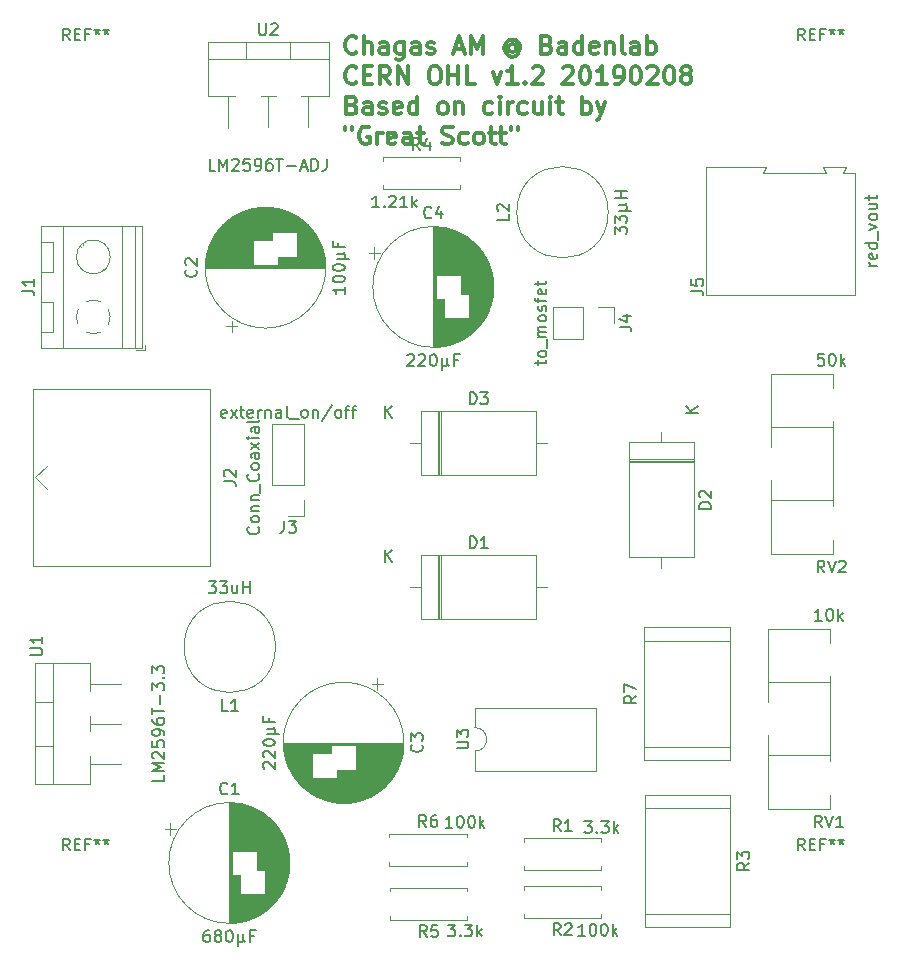
<source format=gbr>
G04 #@! TF.GenerationSoftware,KiCad,Pcbnew,5.0.2-bee76a0~70~ubuntu18.04.1*
G04 #@! TF.CreationDate,2019-02-20T20:23:57+00:00*
G04 #@! TF.ProjectId,lm2596_cc_vc,6c6d3235-3936-45f6-9363-5f76632e6b69,rev?*
G04 #@! TF.SameCoordinates,Original*
G04 #@! TF.FileFunction,Legend,Top*
G04 #@! TF.FilePolarity,Positive*
%FSLAX46Y46*%
G04 Gerber Fmt 4.6, Leading zero omitted, Abs format (unit mm)*
G04 Created by KiCad (PCBNEW 5.0.2-bee76a0~70~ubuntu18.04.1) date Wed 20 Feb 2019 20:23:57 GMT*
%MOMM*%
%LPD*%
G01*
G04 APERTURE LIST*
%ADD10C,0.300000*%
%ADD11C,0.120000*%
%ADD12C,0.150000*%
G04 APERTURE END LIST*
D10*
X72465785Y-70053214D02*
X72394357Y-70124642D01*
X72180071Y-70196071D01*
X72037214Y-70196071D01*
X71822928Y-70124642D01*
X71680071Y-69981785D01*
X71608642Y-69838928D01*
X71537214Y-69553214D01*
X71537214Y-69338928D01*
X71608642Y-69053214D01*
X71680071Y-68910357D01*
X71822928Y-68767500D01*
X72037214Y-68696071D01*
X72180071Y-68696071D01*
X72394357Y-68767500D01*
X72465785Y-68838928D01*
X73108642Y-70196071D02*
X73108642Y-68696071D01*
X73751500Y-70196071D02*
X73751500Y-69410357D01*
X73680071Y-69267500D01*
X73537214Y-69196071D01*
X73322928Y-69196071D01*
X73180071Y-69267500D01*
X73108642Y-69338928D01*
X75108642Y-70196071D02*
X75108642Y-69410357D01*
X75037214Y-69267500D01*
X74894357Y-69196071D01*
X74608642Y-69196071D01*
X74465785Y-69267500D01*
X75108642Y-70124642D02*
X74965785Y-70196071D01*
X74608642Y-70196071D01*
X74465785Y-70124642D01*
X74394357Y-69981785D01*
X74394357Y-69838928D01*
X74465785Y-69696071D01*
X74608642Y-69624642D01*
X74965785Y-69624642D01*
X75108642Y-69553214D01*
X76465785Y-69196071D02*
X76465785Y-70410357D01*
X76394357Y-70553214D01*
X76322928Y-70624642D01*
X76180071Y-70696071D01*
X75965785Y-70696071D01*
X75822928Y-70624642D01*
X76465785Y-70124642D02*
X76322928Y-70196071D01*
X76037214Y-70196071D01*
X75894357Y-70124642D01*
X75822928Y-70053214D01*
X75751500Y-69910357D01*
X75751500Y-69481785D01*
X75822928Y-69338928D01*
X75894357Y-69267500D01*
X76037214Y-69196071D01*
X76322928Y-69196071D01*
X76465785Y-69267500D01*
X77822928Y-70196071D02*
X77822928Y-69410357D01*
X77751500Y-69267500D01*
X77608642Y-69196071D01*
X77322928Y-69196071D01*
X77180071Y-69267500D01*
X77822928Y-70124642D02*
X77680071Y-70196071D01*
X77322928Y-70196071D01*
X77180071Y-70124642D01*
X77108642Y-69981785D01*
X77108642Y-69838928D01*
X77180071Y-69696071D01*
X77322928Y-69624642D01*
X77680071Y-69624642D01*
X77822928Y-69553214D01*
X78465785Y-70124642D02*
X78608642Y-70196071D01*
X78894357Y-70196071D01*
X79037214Y-70124642D01*
X79108642Y-69981785D01*
X79108642Y-69910357D01*
X79037214Y-69767500D01*
X78894357Y-69696071D01*
X78680071Y-69696071D01*
X78537214Y-69624642D01*
X78465785Y-69481785D01*
X78465785Y-69410357D01*
X78537214Y-69267500D01*
X78680071Y-69196071D01*
X78894357Y-69196071D01*
X79037214Y-69267500D01*
X80822928Y-69767500D02*
X81537214Y-69767500D01*
X80680071Y-70196071D02*
X81180071Y-68696071D01*
X81680071Y-70196071D01*
X82180071Y-70196071D02*
X82180071Y-68696071D01*
X82680071Y-69767500D01*
X83180071Y-68696071D01*
X83180071Y-70196071D01*
X85965785Y-69481785D02*
X85894357Y-69410357D01*
X85751500Y-69338928D01*
X85608642Y-69338928D01*
X85465785Y-69410357D01*
X85394357Y-69481785D01*
X85322928Y-69624642D01*
X85322928Y-69767500D01*
X85394357Y-69910357D01*
X85465785Y-69981785D01*
X85608642Y-70053214D01*
X85751500Y-70053214D01*
X85894357Y-69981785D01*
X85965785Y-69910357D01*
X85965785Y-69338928D02*
X85965785Y-69910357D01*
X86037214Y-69981785D01*
X86108642Y-69981785D01*
X86251500Y-69910357D01*
X86322928Y-69767500D01*
X86322928Y-69410357D01*
X86180071Y-69196071D01*
X85965785Y-69053214D01*
X85680071Y-68981785D01*
X85394357Y-69053214D01*
X85180071Y-69196071D01*
X85037214Y-69410357D01*
X84965785Y-69696071D01*
X85037214Y-69981785D01*
X85180071Y-70196071D01*
X85394357Y-70338928D01*
X85680071Y-70410357D01*
X85965785Y-70338928D01*
X86180071Y-70196071D01*
X88608642Y-69410357D02*
X88822928Y-69481785D01*
X88894357Y-69553214D01*
X88965785Y-69696071D01*
X88965785Y-69910357D01*
X88894357Y-70053214D01*
X88822928Y-70124642D01*
X88680071Y-70196071D01*
X88108642Y-70196071D01*
X88108642Y-68696071D01*
X88608642Y-68696071D01*
X88751500Y-68767500D01*
X88822928Y-68838928D01*
X88894357Y-68981785D01*
X88894357Y-69124642D01*
X88822928Y-69267500D01*
X88751500Y-69338928D01*
X88608642Y-69410357D01*
X88108642Y-69410357D01*
X90251500Y-70196071D02*
X90251500Y-69410357D01*
X90180071Y-69267500D01*
X90037214Y-69196071D01*
X89751500Y-69196071D01*
X89608642Y-69267500D01*
X90251500Y-70124642D02*
X90108642Y-70196071D01*
X89751500Y-70196071D01*
X89608642Y-70124642D01*
X89537214Y-69981785D01*
X89537214Y-69838928D01*
X89608642Y-69696071D01*
X89751500Y-69624642D01*
X90108642Y-69624642D01*
X90251500Y-69553214D01*
X91608642Y-70196071D02*
X91608642Y-68696071D01*
X91608642Y-70124642D02*
X91465785Y-70196071D01*
X91180071Y-70196071D01*
X91037214Y-70124642D01*
X90965785Y-70053214D01*
X90894357Y-69910357D01*
X90894357Y-69481785D01*
X90965785Y-69338928D01*
X91037214Y-69267500D01*
X91180071Y-69196071D01*
X91465785Y-69196071D01*
X91608642Y-69267500D01*
X92894357Y-70124642D02*
X92751500Y-70196071D01*
X92465785Y-70196071D01*
X92322928Y-70124642D01*
X92251500Y-69981785D01*
X92251500Y-69410357D01*
X92322928Y-69267500D01*
X92465785Y-69196071D01*
X92751500Y-69196071D01*
X92894357Y-69267500D01*
X92965785Y-69410357D01*
X92965785Y-69553214D01*
X92251500Y-69696071D01*
X93608642Y-69196071D02*
X93608642Y-70196071D01*
X93608642Y-69338928D02*
X93680071Y-69267500D01*
X93822928Y-69196071D01*
X94037214Y-69196071D01*
X94180071Y-69267500D01*
X94251500Y-69410357D01*
X94251500Y-70196071D01*
X95180071Y-70196071D02*
X95037214Y-70124642D01*
X94965785Y-69981785D01*
X94965785Y-68696071D01*
X96394357Y-70196071D02*
X96394357Y-69410357D01*
X96322928Y-69267500D01*
X96180071Y-69196071D01*
X95894357Y-69196071D01*
X95751500Y-69267500D01*
X96394357Y-70124642D02*
X96251500Y-70196071D01*
X95894357Y-70196071D01*
X95751500Y-70124642D01*
X95680071Y-69981785D01*
X95680071Y-69838928D01*
X95751500Y-69696071D01*
X95894357Y-69624642D01*
X96251500Y-69624642D01*
X96394357Y-69553214D01*
X97108642Y-70196071D02*
X97108642Y-68696071D01*
X97108642Y-69267500D02*
X97251500Y-69196071D01*
X97537214Y-69196071D01*
X97680071Y-69267500D01*
X97751500Y-69338928D01*
X97822928Y-69481785D01*
X97822928Y-69910357D01*
X97751500Y-70053214D01*
X97680071Y-70124642D01*
X97537214Y-70196071D01*
X97251500Y-70196071D01*
X97108642Y-70124642D01*
X72465785Y-72603214D02*
X72394357Y-72674642D01*
X72180071Y-72746071D01*
X72037214Y-72746071D01*
X71822928Y-72674642D01*
X71680071Y-72531785D01*
X71608642Y-72388928D01*
X71537214Y-72103214D01*
X71537214Y-71888928D01*
X71608642Y-71603214D01*
X71680071Y-71460357D01*
X71822928Y-71317500D01*
X72037214Y-71246071D01*
X72180071Y-71246071D01*
X72394357Y-71317500D01*
X72465785Y-71388928D01*
X73108642Y-71960357D02*
X73608642Y-71960357D01*
X73822928Y-72746071D02*
X73108642Y-72746071D01*
X73108642Y-71246071D01*
X73822928Y-71246071D01*
X75322928Y-72746071D02*
X74822928Y-72031785D01*
X74465785Y-72746071D02*
X74465785Y-71246071D01*
X75037214Y-71246071D01*
X75180071Y-71317500D01*
X75251500Y-71388928D01*
X75322928Y-71531785D01*
X75322928Y-71746071D01*
X75251500Y-71888928D01*
X75180071Y-71960357D01*
X75037214Y-72031785D01*
X74465785Y-72031785D01*
X75965785Y-72746071D02*
X75965785Y-71246071D01*
X76822928Y-72746071D01*
X76822928Y-71246071D01*
X78965785Y-71246071D02*
X79251500Y-71246071D01*
X79394357Y-71317500D01*
X79537214Y-71460357D01*
X79608642Y-71746071D01*
X79608642Y-72246071D01*
X79537214Y-72531785D01*
X79394357Y-72674642D01*
X79251500Y-72746071D01*
X78965785Y-72746071D01*
X78822928Y-72674642D01*
X78680071Y-72531785D01*
X78608642Y-72246071D01*
X78608642Y-71746071D01*
X78680071Y-71460357D01*
X78822928Y-71317500D01*
X78965785Y-71246071D01*
X80251500Y-72746071D02*
X80251500Y-71246071D01*
X80251500Y-71960357D02*
X81108642Y-71960357D01*
X81108642Y-72746071D02*
X81108642Y-71246071D01*
X82537214Y-72746071D02*
X81822928Y-72746071D01*
X81822928Y-71246071D01*
X84037214Y-71746071D02*
X84394357Y-72746071D01*
X84751500Y-71746071D01*
X86108642Y-72746071D02*
X85251500Y-72746071D01*
X85680071Y-72746071D02*
X85680071Y-71246071D01*
X85537214Y-71460357D01*
X85394357Y-71603214D01*
X85251500Y-71674642D01*
X86751500Y-72603214D02*
X86822928Y-72674642D01*
X86751500Y-72746071D01*
X86680071Y-72674642D01*
X86751500Y-72603214D01*
X86751500Y-72746071D01*
X87394357Y-71388928D02*
X87465785Y-71317500D01*
X87608642Y-71246071D01*
X87965785Y-71246071D01*
X88108642Y-71317500D01*
X88180071Y-71388928D01*
X88251500Y-71531785D01*
X88251500Y-71674642D01*
X88180071Y-71888928D01*
X87322928Y-72746071D01*
X88251500Y-72746071D01*
X89965785Y-71388928D02*
X90037214Y-71317500D01*
X90180071Y-71246071D01*
X90537214Y-71246071D01*
X90680071Y-71317500D01*
X90751500Y-71388928D01*
X90822928Y-71531785D01*
X90822928Y-71674642D01*
X90751500Y-71888928D01*
X89894357Y-72746071D01*
X90822928Y-72746071D01*
X91751500Y-71246071D02*
X91894357Y-71246071D01*
X92037214Y-71317500D01*
X92108642Y-71388928D01*
X92180071Y-71531785D01*
X92251500Y-71817500D01*
X92251500Y-72174642D01*
X92180071Y-72460357D01*
X92108642Y-72603214D01*
X92037214Y-72674642D01*
X91894357Y-72746071D01*
X91751500Y-72746071D01*
X91608642Y-72674642D01*
X91537214Y-72603214D01*
X91465785Y-72460357D01*
X91394357Y-72174642D01*
X91394357Y-71817500D01*
X91465785Y-71531785D01*
X91537214Y-71388928D01*
X91608642Y-71317500D01*
X91751500Y-71246071D01*
X93680071Y-72746071D02*
X92822928Y-72746071D01*
X93251500Y-72746071D02*
X93251500Y-71246071D01*
X93108642Y-71460357D01*
X92965785Y-71603214D01*
X92822928Y-71674642D01*
X94394357Y-72746071D02*
X94680071Y-72746071D01*
X94822928Y-72674642D01*
X94894357Y-72603214D01*
X95037214Y-72388928D01*
X95108642Y-72103214D01*
X95108642Y-71531785D01*
X95037214Y-71388928D01*
X94965785Y-71317500D01*
X94822928Y-71246071D01*
X94537214Y-71246071D01*
X94394357Y-71317500D01*
X94322928Y-71388928D01*
X94251500Y-71531785D01*
X94251500Y-71888928D01*
X94322928Y-72031785D01*
X94394357Y-72103214D01*
X94537214Y-72174642D01*
X94822928Y-72174642D01*
X94965785Y-72103214D01*
X95037214Y-72031785D01*
X95108642Y-71888928D01*
X96037214Y-71246071D02*
X96180071Y-71246071D01*
X96322928Y-71317500D01*
X96394357Y-71388928D01*
X96465785Y-71531785D01*
X96537214Y-71817500D01*
X96537214Y-72174642D01*
X96465785Y-72460357D01*
X96394357Y-72603214D01*
X96322928Y-72674642D01*
X96180071Y-72746071D01*
X96037214Y-72746071D01*
X95894357Y-72674642D01*
X95822928Y-72603214D01*
X95751500Y-72460357D01*
X95680071Y-72174642D01*
X95680071Y-71817500D01*
X95751500Y-71531785D01*
X95822928Y-71388928D01*
X95894357Y-71317500D01*
X96037214Y-71246071D01*
X97108642Y-71388928D02*
X97180071Y-71317500D01*
X97322928Y-71246071D01*
X97680071Y-71246071D01*
X97822928Y-71317500D01*
X97894357Y-71388928D01*
X97965785Y-71531785D01*
X97965785Y-71674642D01*
X97894357Y-71888928D01*
X97037214Y-72746071D01*
X97965785Y-72746071D01*
X98894357Y-71246071D02*
X99037214Y-71246071D01*
X99180071Y-71317500D01*
X99251500Y-71388928D01*
X99322928Y-71531785D01*
X99394357Y-71817500D01*
X99394357Y-72174642D01*
X99322928Y-72460357D01*
X99251500Y-72603214D01*
X99180071Y-72674642D01*
X99037214Y-72746071D01*
X98894357Y-72746071D01*
X98751500Y-72674642D01*
X98680071Y-72603214D01*
X98608642Y-72460357D01*
X98537214Y-72174642D01*
X98537214Y-71817500D01*
X98608642Y-71531785D01*
X98680071Y-71388928D01*
X98751500Y-71317500D01*
X98894357Y-71246071D01*
X100251500Y-71888928D02*
X100108642Y-71817500D01*
X100037214Y-71746071D01*
X99965785Y-71603214D01*
X99965785Y-71531785D01*
X100037214Y-71388928D01*
X100108642Y-71317500D01*
X100251500Y-71246071D01*
X100537214Y-71246071D01*
X100680071Y-71317500D01*
X100751500Y-71388928D01*
X100822928Y-71531785D01*
X100822928Y-71603214D01*
X100751500Y-71746071D01*
X100680071Y-71817500D01*
X100537214Y-71888928D01*
X100251500Y-71888928D01*
X100108642Y-71960357D01*
X100037214Y-72031785D01*
X99965785Y-72174642D01*
X99965785Y-72460357D01*
X100037214Y-72603214D01*
X100108642Y-72674642D01*
X100251500Y-72746071D01*
X100537214Y-72746071D01*
X100680071Y-72674642D01*
X100751500Y-72603214D01*
X100822928Y-72460357D01*
X100822928Y-72174642D01*
X100751500Y-72031785D01*
X100680071Y-71960357D01*
X100537214Y-71888928D01*
X72108642Y-74510357D02*
X72322928Y-74581785D01*
X72394357Y-74653214D01*
X72465785Y-74796071D01*
X72465785Y-75010357D01*
X72394357Y-75153214D01*
X72322928Y-75224642D01*
X72180071Y-75296071D01*
X71608642Y-75296071D01*
X71608642Y-73796071D01*
X72108642Y-73796071D01*
X72251500Y-73867500D01*
X72322928Y-73938928D01*
X72394357Y-74081785D01*
X72394357Y-74224642D01*
X72322928Y-74367500D01*
X72251500Y-74438928D01*
X72108642Y-74510357D01*
X71608642Y-74510357D01*
X73751500Y-75296071D02*
X73751500Y-74510357D01*
X73680071Y-74367500D01*
X73537214Y-74296071D01*
X73251500Y-74296071D01*
X73108642Y-74367500D01*
X73751500Y-75224642D02*
X73608642Y-75296071D01*
X73251500Y-75296071D01*
X73108642Y-75224642D01*
X73037214Y-75081785D01*
X73037214Y-74938928D01*
X73108642Y-74796071D01*
X73251500Y-74724642D01*
X73608642Y-74724642D01*
X73751500Y-74653214D01*
X74394357Y-75224642D02*
X74537214Y-75296071D01*
X74822928Y-75296071D01*
X74965785Y-75224642D01*
X75037214Y-75081785D01*
X75037214Y-75010357D01*
X74965785Y-74867500D01*
X74822928Y-74796071D01*
X74608642Y-74796071D01*
X74465785Y-74724642D01*
X74394357Y-74581785D01*
X74394357Y-74510357D01*
X74465785Y-74367500D01*
X74608642Y-74296071D01*
X74822928Y-74296071D01*
X74965785Y-74367500D01*
X76251500Y-75224642D02*
X76108642Y-75296071D01*
X75822928Y-75296071D01*
X75680071Y-75224642D01*
X75608642Y-75081785D01*
X75608642Y-74510357D01*
X75680071Y-74367500D01*
X75822928Y-74296071D01*
X76108642Y-74296071D01*
X76251500Y-74367500D01*
X76322928Y-74510357D01*
X76322928Y-74653214D01*
X75608642Y-74796071D01*
X77608642Y-75296071D02*
X77608642Y-73796071D01*
X77608642Y-75224642D02*
X77465785Y-75296071D01*
X77180071Y-75296071D01*
X77037214Y-75224642D01*
X76965785Y-75153214D01*
X76894357Y-75010357D01*
X76894357Y-74581785D01*
X76965785Y-74438928D01*
X77037214Y-74367500D01*
X77180071Y-74296071D01*
X77465785Y-74296071D01*
X77608642Y-74367500D01*
X79680071Y-75296071D02*
X79537214Y-75224642D01*
X79465785Y-75153214D01*
X79394357Y-75010357D01*
X79394357Y-74581785D01*
X79465785Y-74438928D01*
X79537214Y-74367500D01*
X79680071Y-74296071D01*
X79894357Y-74296071D01*
X80037214Y-74367500D01*
X80108642Y-74438928D01*
X80180071Y-74581785D01*
X80180071Y-75010357D01*
X80108642Y-75153214D01*
X80037214Y-75224642D01*
X79894357Y-75296071D01*
X79680071Y-75296071D01*
X80822928Y-74296071D02*
X80822928Y-75296071D01*
X80822928Y-74438928D02*
X80894357Y-74367500D01*
X81037214Y-74296071D01*
X81251500Y-74296071D01*
X81394357Y-74367500D01*
X81465785Y-74510357D01*
X81465785Y-75296071D01*
X83965785Y-75224642D02*
X83822928Y-75296071D01*
X83537214Y-75296071D01*
X83394357Y-75224642D01*
X83322928Y-75153214D01*
X83251500Y-75010357D01*
X83251500Y-74581785D01*
X83322928Y-74438928D01*
X83394357Y-74367500D01*
X83537214Y-74296071D01*
X83822928Y-74296071D01*
X83965785Y-74367500D01*
X84608642Y-75296071D02*
X84608642Y-74296071D01*
X84608642Y-73796071D02*
X84537214Y-73867500D01*
X84608642Y-73938928D01*
X84680071Y-73867500D01*
X84608642Y-73796071D01*
X84608642Y-73938928D01*
X85322928Y-75296071D02*
X85322928Y-74296071D01*
X85322928Y-74581785D02*
X85394357Y-74438928D01*
X85465785Y-74367500D01*
X85608642Y-74296071D01*
X85751500Y-74296071D01*
X86894357Y-75224642D02*
X86751500Y-75296071D01*
X86465785Y-75296071D01*
X86322928Y-75224642D01*
X86251500Y-75153214D01*
X86180071Y-75010357D01*
X86180071Y-74581785D01*
X86251500Y-74438928D01*
X86322928Y-74367500D01*
X86465785Y-74296071D01*
X86751500Y-74296071D01*
X86894357Y-74367500D01*
X88180071Y-74296071D02*
X88180071Y-75296071D01*
X87537214Y-74296071D02*
X87537214Y-75081785D01*
X87608642Y-75224642D01*
X87751500Y-75296071D01*
X87965785Y-75296071D01*
X88108642Y-75224642D01*
X88180071Y-75153214D01*
X88894357Y-75296071D02*
X88894357Y-74296071D01*
X88894357Y-73796071D02*
X88822928Y-73867500D01*
X88894357Y-73938928D01*
X88965785Y-73867500D01*
X88894357Y-73796071D01*
X88894357Y-73938928D01*
X89394357Y-74296071D02*
X89965785Y-74296071D01*
X89608642Y-73796071D02*
X89608642Y-75081785D01*
X89680071Y-75224642D01*
X89822928Y-75296071D01*
X89965785Y-75296071D01*
X91608642Y-75296071D02*
X91608642Y-73796071D01*
X91608642Y-74367500D02*
X91751500Y-74296071D01*
X92037214Y-74296071D01*
X92180071Y-74367500D01*
X92251500Y-74438928D01*
X92322928Y-74581785D01*
X92322928Y-75010357D01*
X92251500Y-75153214D01*
X92180071Y-75224642D01*
X92037214Y-75296071D01*
X91751500Y-75296071D01*
X91608642Y-75224642D01*
X92822928Y-74296071D02*
X93180071Y-75296071D01*
X93537214Y-74296071D02*
X93180071Y-75296071D01*
X93037214Y-75653214D01*
X92965785Y-75724642D01*
X92822928Y-75796071D01*
X71537214Y-76346071D02*
X71537214Y-76631785D01*
X72108642Y-76346071D02*
X72108642Y-76631785D01*
X73537214Y-76417500D02*
X73394357Y-76346071D01*
X73180071Y-76346071D01*
X72965785Y-76417500D01*
X72822928Y-76560357D01*
X72751500Y-76703214D01*
X72680071Y-76988928D01*
X72680071Y-77203214D01*
X72751500Y-77488928D01*
X72822928Y-77631785D01*
X72965785Y-77774642D01*
X73180071Y-77846071D01*
X73322928Y-77846071D01*
X73537214Y-77774642D01*
X73608642Y-77703214D01*
X73608642Y-77203214D01*
X73322928Y-77203214D01*
X74251500Y-77846071D02*
X74251500Y-76846071D01*
X74251500Y-77131785D02*
X74322928Y-76988928D01*
X74394357Y-76917500D01*
X74537214Y-76846071D01*
X74680071Y-76846071D01*
X75751500Y-77774642D02*
X75608642Y-77846071D01*
X75322928Y-77846071D01*
X75180071Y-77774642D01*
X75108642Y-77631785D01*
X75108642Y-77060357D01*
X75180071Y-76917500D01*
X75322928Y-76846071D01*
X75608642Y-76846071D01*
X75751500Y-76917500D01*
X75822928Y-77060357D01*
X75822928Y-77203214D01*
X75108642Y-77346071D01*
X77108642Y-77846071D02*
X77108642Y-77060357D01*
X77037214Y-76917500D01*
X76894357Y-76846071D01*
X76608642Y-76846071D01*
X76465785Y-76917500D01*
X77108642Y-77774642D02*
X76965785Y-77846071D01*
X76608642Y-77846071D01*
X76465785Y-77774642D01*
X76394357Y-77631785D01*
X76394357Y-77488928D01*
X76465785Y-77346071D01*
X76608642Y-77274642D01*
X76965785Y-77274642D01*
X77108642Y-77203214D01*
X77608642Y-76846071D02*
X78180071Y-76846071D01*
X77822928Y-76346071D02*
X77822928Y-77631785D01*
X77894357Y-77774642D01*
X78037214Y-77846071D01*
X78180071Y-77846071D01*
X79751500Y-77774642D02*
X79965785Y-77846071D01*
X80322928Y-77846071D01*
X80465785Y-77774642D01*
X80537214Y-77703214D01*
X80608642Y-77560357D01*
X80608642Y-77417500D01*
X80537214Y-77274642D01*
X80465785Y-77203214D01*
X80322928Y-77131785D01*
X80037214Y-77060357D01*
X79894357Y-76988928D01*
X79822928Y-76917500D01*
X79751500Y-76774642D01*
X79751500Y-76631785D01*
X79822928Y-76488928D01*
X79894357Y-76417500D01*
X80037214Y-76346071D01*
X80394357Y-76346071D01*
X80608642Y-76417500D01*
X81894357Y-77774642D02*
X81751500Y-77846071D01*
X81465785Y-77846071D01*
X81322928Y-77774642D01*
X81251500Y-77703214D01*
X81180071Y-77560357D01*
X81180071Y-77131785D01*
X81251500Y-76988928D01*
X81322928Y-76917500D01*
X81465785Y-76846071D01*
X81751500Y-76846071D01*
X81894357Y-76917500D01*
X82751500Y-77846071D02*
X82608642Y-77774642D01*
X82537214Y-77703214D01*
X82465785Y-77560357D01*
X82465785Y-77131785D01*
X82537214Y-76988928D01*
X82608642Y-76917500D01*
X82751500Y-76846071D01*
X82965785Y-76846071D01*
X83108642Y-76917500D01*
X83180071Y-76988928D01*
X83251500Y-77131785D01*
X83251500Y-77560357D01*
X83180071Y-77703214D01*
X83108642Y-77774642D01*
X82965785Y-77846071D01*
X82751500Y-77846071D01*
X83680071Y-76846071D02*
X84251500Y-76846071D01*
X83894357Y-76346071D02*
X83894357Y-77631785D01*
X83965785Y-77774642D01*
X84108642Y-77846071D01*
X84251500Y-77846071D01*
X84537214Y-76846071D02*
X85108642Y-76846071D01*
X84751500Y-76346071D02*
X84751500Y-77631785D01*
X84822928Y-77774642D01*
X84965785Y-77846071D01*
X85108642Y-77846071D01*
X85537214Y-76346071D02*
X85537214Y-76631785D01*
X86108642Y-76346071D02*
X86108642Y-76631785D01*
D11*
G04 #@! TO.C,R7*
X96837000Y-119873000D02*
X104077000Y-119873000D01*
X96837000Y-128873000D02*
X104077000Y-128873000D01*
X96837000Y-118753000D02*
X104077000Y-118753000D01*
X96837000Y-129993000D02*
X104077000Y-129993000D01*
X104077000Y-129993000D02*
X104077000Y-118753000D01*
X96837000Y-129993000D02*
X96837000Y-118753000D01*
G04 #@! TO.C,R3*
X104140500Y-143017000D02*
X96900500Y-143017000D01*
X104140500Y-134017000D02*
X96900500Y-134017000D01*
X104140500Y-144137000D02*
X96900500Y-144137000D01*
X104140500Y-132897000D02*
X96900500Y-132897000D01*
X96900500Y-132897000D02*
X96900500Y-144137000D01*
X104140500Y-132897000D02*
X104140500Y-144137000D01*
G04 #@! TO.C,U3*
X82490000Y-127219200D02*
G75*
G02X82490000Y-129219200I0J-1000000D01*
G01*
X82490000Y-129219200D02*
X82490000Y-130869200D01*
X82490000Y-130869200D02*
X92770000Y-130869200D01*
X92770000Y-130869200D02*
X92770000Y-125569200D01*
X92770000Y-125569200D02*
X82490000Y-125569200D01*
X82490000Y-125569200D02*
X82490000Y-127219200D01*
G04 #@! TO.C,J1*
X54540400Y-95296000D02*
X54540400Y-94796000D01*
X53800400Y-95296000D02*
X54540400Y-95296000D01*
X45790400Y-86126000D02*
X46790400Y-86126000D01*
X45790400Y-88626000D02*
X46790400Y-88626000D01*
X46790400Y-88626000D02*
X46790400Y-86126000D01*
X45790400Y-88626000D02*
X45790400Y-86126000D01*
X51040400Y-88400000D02*
X51100400Y-88460000D01*
X49105400Y-86465000D02*
X49145400Y-86505000D01*
X51235400Y-88246000D02*
X51275400Y-88286000D01*
X49280400Y-86291000D02*
X49339400Y-86351000D01*
X45790400Y-91206000D02*
X46790400Y-91206000D01*
X45790400Y-93706000D02*
X46790400Y-93706000D01*
X46790400Y-93706000D02*
X46790400Y-91206000D01*
X45790400Y-93706000D02*
X45790400Y-91206000D01*
X45730400Y-84776000D02*
X54300400Y-84776000D01*
X45730400Y-95056000D02*
X54300400Y-95056000D01*
X54300400Y-95056000D02*
X54300400Y-84776000D01*
X45730400Y-95056000D02*
X45730400Y-84776000D01*
X47640400Y-95056000D02*
X47640400Y-84776000D01*
X52640400Y-95056000D02*
X52640400Y-84776000D01*
X53740400Y-95056000D02*
X53740400Y-84776000D01*
X51620400Y-87376000D02*
G75*
G03X51620400Y-87376000I-1430000J0D01*
G01*
X51621340Y-92431720D02*
G75*
G02X51476400Y-93084000I-1430940J-24280D01*
G01*
X50817146Y-93742611D02*
G75*
G02X49562400Y-93742000I-626746J1286611D01*
G01*
X48904576Y-93083362D02*
G75*
G02X48904400Y-91829000I1285824J627362D01*
G01*
X49563038Y-91170176D02*
G75*
G02X50817400Y-91170000I627362J-1285824D01*
G01*
X51475675Y-91829129D02*
G75*
G02X51620400Y-92456000I-1285275J-626871D01*
G01*
G04 #@! TO.C,J5*
X102056400Y-79785600D02*
X102056400Y-90635600D01*
X107156400Y-79785600D02*
X102056400Y-79785600D01*
X106856400Y-80285600D02*
X107156400Y-79785600D01*
X112256400Y-80285600D02*
X106856400Y-80285600D01*
X112006400Y-79785600D02*
X112256400Y-80285600D01*
X112056400Y-79785600D02*
X112006400Y-79785600D01*
X113956400Y-79785600D02*
X112056400Y-79785600D01*
X113706400Y-80285600D02*
X113956400Y-79785600D01*
X114656400Y-80285600D02*
X113706400Y-80285600D01*
X114656400Y-90635600D02*
X114656400Y-80285600D01*
X102056400Y-90635600D02*
X114656400Y-90635600D01*
G04 #@! TO.C,C1*
X56722354Y-135309000D02*
X56722354Y-136309000D01*
X56222354Y-135809000D02*
X57222354Y-135809000D01*
X66783000Y-138085000D02*
X66783000Y-139283000D01*
X66743000Y-137822000D02*
X66743000Y-139546000D01*
X66703000Y-137622000D02*
X66703000Y-139746000D01*
X66663000Y-137454000D02*
X66663000Y-139914000D01*
X66623000Y-137306000D02*
X66623000Y-140062000D01*
X66583000Y-137174000D02*
X66583000Y-140194000D01*
X66543000Y-137054000D02*
X66543000Y-140314000D01*
X66503000Y-136942000D02*
X66503000Y-140426000D01*
X66463000Y-136838000D02*
X66463000Y-140530000D01*
X66423000Y-136740000D02*
X66423000Y-140628000D01*
X66383000Y-136647000D02*
X66383000Y-140721000D01*
X66343000Y-136559000D02*
X66343000Y-140809000D01*
X66303000Y-136475000D02*
X66303000Y-140893000D01*
X66263000Y-136395000D02*
X66263000Y-140973000D01*
X66223000Y-136319000D02*
X66223000Y-141049000D01*
X66183000Y-136245000D02*
X66183000Y-141123000D01*
X66143000Y-136174000D02*
X66143000Y-141194000D01*
X66103000Y-136105000D02*
X66103000Y-141263000D01*
X66063000Y-136039000D02*
X66063000Y-141329000D01*
X66023000Y-135975000D02*
X66023000Y-141393000D01*
X65983000Y-135914000D02*
X65983000Y-141454000D01*
X65943000Y-135854000D02*
X65943000Y-141514000D01*
X65903000Y-135795000D02*
X65903000Y-141573000D01*
X65863000Y-135739000D02*
X65863000Y-141629000D01*
X65823000Y-135684000D02*
X65823000Y-141684000D01*
X65783000Y-135630000D02*
X65783000Y-141738000D01*
X65743000Y-135578000D02*
X65743000Y-141790000D01*
X65703000Y-135528000D02*
X65703000Y-141840000D01*
X65663000Y-135478000D02*
X65663000Y-141890000D01*
X65623000Y-135430000D02*
X65623000Y-141938000D01*
X65583000Y-135383000D02*
X65583000Y-141985000D01*
X65543000Y-135337000D02*
X65543000Y-142031000D01*
X65503000Y-135292000D02*
X65503000Y-142076000D01*
X65463000Y-135248000D02*
X65463000Y-142120000D01*
X65423000Y-135206000D02*
X65423000Y-142162000D01*
X65383000Y-135164000D02*
X65383000Y-142204000D01*
X65343000Y-135123000D02*
X65343000Y-142245000D01*
X65303000Y-135083000D02*
X65303000Y-142285000D01*
X65263000Y-135044000D02*
X65263000Y-142324000D01*
X65223000Y-135005000D02*
X65223000Y-142363000D01*
X65183000Y-134968000D02*
X65183000Y-142400000D01*
X65143000Y-134931000D02*
X65143000Y-142437000D01*
X65103000Y-134895000D02*
X65103000Y-142473000D01*
X65063000Y-134860000D02*
X65063000Y-142508000D01*
X65023000Y-134826000D02*
X65023000Y-142542000D01*
X64983000Y-134792000D02*
X64983000Y-142576000D01*
X64943000Y-134759000D02*
X64943000Y-142609000D01*
X64903000Y-134727000D02*
X64903000Y-142641000D01*
X64863000Y-134695000D02*
X64863000Y-142673000D01*
X64823000Y-134664000D02*
X64823000Y-142704000D01*
X64783000Y-134634000D02*
X64783000Y-142734000D01*
X64743000Y-134604000D02*
X64743000Y-142764000D01*
X64703000Y-134574000D02*
X64703000Y-142794000D01*
X64663000Y-141324000D02*
X64663000Y-142822000D01*
X64663000Y-134546000D02*
X64663000Y-139244000D01*
X64623000Y-141324000D02*
X64623000Y-142850000D01*
X64623000Y-134518000D02*
X64623000Y-139244000D01*
X64583000Y-141324000D02*
X64583000Y-142878000D01*
X64583000Y-134490000D02*
X64583000Y-139244000D01*
X64543000Y-141324000D02*
X64543000Y-142905000D01*
X64543000Y-134463000D02*
X64543000Y-139244000D01*
X64503000Y-141324000D02*
X64503000Y-142931000D01*
X64503000Y-134437000D02*
X64503000Y-139244000D01*
X64463000Y-141324000D02*
X64463000Y-142957000D01*
X64463000Y-134411000D02*
X64463000Y-139244000D01*
X64423000Y-141324000D02*
X64423000Y-142982000D01*
X64423000Y-134386000D02*
X64423000Y-139244000D01*
X64383000Y-141324000D02*
X64383000Y-143007000D01*
X64383000Y-134361000D02*
X64383000Y-139244000D01*
X64343000Y-141324000D02*
X64343000Y-143031000D01*
X64343000Y-134337000D02*
X64343000Y-139244000D01*
X64303000Y-141324000D02*
X64303000Y-143055000D01*
X64303000Y-134313000D02*
X64303000Y-139244000D01*
X64263000Y-141324000D02*
X64263000Y-143079000D01*
X64263000Y-134289000D02*
X64263000Y-139244000D01*
X64223000Y-141324000D02*
X64223000Y-143101000D01*
X64223000Y-134267000D02*
X64223000Y-139244000D01*
X64183000Y-141324000D02*
X64183000Y-143124000D01*
X64183000Y-134244000D02*
X64183000Y-139244000D01*
X64143000Y-141324000D02*
X64143000Y-143146000D01*
X64143000Y-134222000D02*
X64143000Y-139244000D01*
X64103000Y-141324000D02*
X64103000Y-143167000D01*
X64103000Y-134201000D02*
X64103000Y-139244000D01*
X64063000Y-141324000D02*
X64063000Y-143188000D01*
X64063000Y-134180000D02*
X64063000Y-139244000D01*
X64023000Y-141324000D02*
X64023000Y-143209000D01*
X64023000Y-134159000D02*
X64023000Y-139244000D01*
X63983000Y-141324000D02*
X63983000Y-143229000D01*
X63983000Y-134139000D02*
X63983000Y-137644000D01*
X63943000Y-141324000D02*
X63943000Y-143248000D01*
X63943000Y-134120000D02*
X63943000Y-137644000D01*
X63903000Y-141324000D02*
X63903000Y-143268000D01*
X63903000Y-134100000D02*
X63903000Y-137644000D01*
X63863000Y-141324000D02*
X63863000Y-143287000D01*
X63863000Y-134081000D02*
X63863000Y-137644000D01*
X63823000Y-141324000D02*
X63823000Y-143305000D01*
X63823000Y-134063000D02*
X63823000Y-137644000D01*
X63783000Y-141324000D02*
X63783000Y-143323000D01*
X63783000Y-134045000D02*
X63783000Y-137644000D01*
X63743000Y-141324000D02*
X63743000Y-143341000D01*
X63743000Y-134027000D02*
X63743000Y-137644000D01*
X63703000Y-141324000D02*
X63703000Y-143358000D01*
X63703000Y-134010000D02*
X63703000Y-137644000D01*
X63663000Y-141324000D02*
X63663000Y-143374000D01*
X63663000Y-133994000D02*
X63663000Y-137644000D01*
X63623000Y-141324000D02*
X63623000Y-143391000D01*
X63623000Y-133977000D02*
X63623000Y-137644000D01*
X63583000Y-141324000D02*
X63583000Y-143407000D01*
X63583000Y-133961000D02*
X63583000Y-137644000D01*
X63543000Y-141324000D02*
X63543000Y-143422000D01*
X63543000Y-133946000D02*
X63543000Y-137644000D01*
X63503000Y-141324000D02*
X63503000Y-143438000D01*
X63503000Y-133930000D02*
X63503000Y-137644000D01*
X63463000Y-141324000D02*
X63463000Y-143452000D01*
X63463000Y-133916000D02*
X63463000Y-137644000D01*
X63423000Y-141324000D02*
X63423000Y-143467000D01*
X63423000Y-133901000D02*
X63423000Y-137644000D01*
X63383000Y-141324000D02*
X63383000Y-143481000D01*
X63383000Y-133887000D02*
X63383000Y-137644000D01*
X63343000Y-141324000D02*
X63343000Y-143495000D01*
X63343000Y-133873000D02*
X63343000Y-137644000D01*
X63303000Y-141324000D02*
X63303000Y-143508000D01*
X63303000Y-133860000D02*
X63303000Y-137644000D01*
X63263000Y-141324000D02*
X63263000Y-143521000D01*
X63263000Y-133847000D02*
X63263000Y-137644000D01*
X63223000Y-141324000D02*
X63223000Y-143534000D01*
X63223000Y-133834000D02*
X63223000Y-137644000D01*
X63183000Y-141324000D02*
X63183000Y-143546000D01*
X63183000Y-133822000D02*
X63183000Y-137644000D01*
X63143000Y-141324000D02*
X63143000Y-143558000D01*
X63143000Y-133810000D02*
X63143000Y-137644000D01*
X63103000Y-141324000D02*
X63103000Y-143569000D01*
X63103000Y-133799000D02*
X63103000Y-137644000D01*
X63063000Y-141324000D02*
X63063000Y-143581000D01*
X63063000Y-133787000D02*
X63063000Y-137644000D01*
X63023000Y-141324000D02*
X63023000Y-143591000D01*
X63023000Y-133777000D02*
X63023000Y-137644000D01*
X62983000Y-141324000D02*
X62983000Y-143602000D01*
X62983000Y-133766000D02*
X62983000Y-137644000D01*
X62943000Y-141324000D02*
X62943000Y-143612000D01*
X62943000Y-133756000D02*
X62943000Y-137644000D01*
X62903000Y-141324000D02*
X62903000Y-143622000D01*
X62903000Y-133746000D02*
X62903000Y-137644000D01*
X62863000Y-141324000D02*
X62863000Y-143631000D01*
X62863000Y-133737000D02*
X62863000Y-137644000D01*
X62823000Y-141324000D02*
X62823000Y-143640000D01*
X62823000Y-133728000D02*
X62823000Y-137644000D01*
X62783000Y-141324000D02*
X62783000Y-143649000D01*
X62783000Y-133719000D02*
X62783000Y-137644000D01*
X62743000Y-141324000D02*
X62743000Y-143658000D01*
X62743000Y-133710000D02*
X62743000Y-137644000D01*
X62703000Y-141324000D02*
X62703000Y-143666000D01*
X62703000Y-133702000D02*
X62703000Y-137644000D01*
X62663000Y-141324000D02*
X62663000Y-143674000D01*
X62663000Y-133694000D02*
X62663000Y-137644000D01*
X62623000Y-141324000D02*
X62623000Y-143681000D01*
X62623000Y-133687000D02*
X62623000Y-137644000D01*
X62583000Y-139724000D02*
X62583000Y-143688000D01*
X62583000Y-133680000D02*
X62583000Y-137644000D01*
X62543000Y-139724000D02*
X62543000Y-143695000D01*
X62543000Y-133673000D02*
X62543000Y-137644000D01*
X62503000Y-139724000D02*
X62503000Y-143702000D01*
X62503000Y-133666000D02*
X62503000Y-137644000D01*
X62463000Y-139724000D02*
X62463000Y-143708000D01*
X62463000Y-133660000D02*
X62463000Y-137644000D01*
X62423000Y-139724000D02*
X62423000Y-143714000D01*
X62423000Y-133654000D02*
X62423000Y-137644000D01*
X62382000Y-139724000D02*
X62382000Y-143719000D01*
X62382000Y-133649000D02*
X62382000Y-137644000D01*
X62342000Y-139724000D02*
X62342000Y-143724000D01*
X62342000Y-133644000D02*
X62342000Y-137644000D01*
X62302000Y-139724000D02*
X62302000Y-143729000D01*
X62302000Y-133639000D02*
X62302000Y-137644000D01*
X62262000Y-139724000D02*
X62262000Y-143734000D01*
X62262000Y-133634000D02*
X62262000Y-137644000D01*
X62222000Y-139724000D02*
X62222000Y-143738000D01*
X62222000Y-133630000D02*
X62222000Y-137644000D01*
X62182000Y-139724000D02*
X62182000Y-143742000D01*
X62182000Y-133626000D02*
X62182000Y-137644000D01*
X62142000Y-139724000D02*
X62142000Y-143746000D01*
X62142000Y-133622000D02*
X62142000Y-137644000D01*
X62102000Y-139724000D02*
X62102000Y-143749000D01*
X62102000Y-133619000D02*
X62102000Y-137644000D01*
X62062000Y-139724000D02*
X62062000Y-143752000D01*
X62062000Y-133616000D02*
X62062000Y-137644000D01*
X62022000Y-139724000D02*
X62022000Y-143754000D01*
X62022000Y-133614000D02*
X62022000Y-137644000D01*
X61982000Y-139724000D02*
X61982000Y-143757000D01*
X61982000Y-133611000D02*
X61982000Y-137644000D01*
X61942000Y-139724000D02*
X61942000Y-143759000D01*
X61942000Y-133609000D02*
X61942000Y-137644000D01*
X61902000Y-133607000D02*
X61902000Y-143761000D01*
X61862000Y-133606000D02*
X61862000Y-143762000D01*
X61822000Y-133605000D02*
X61822000Y-143763000D01*
X61782000Y-133604000D02*
X61782000Y-143764000D01*
X61742000Y-133604000D02*
X61742000Y-143764000D01*
X61702000Y-133604000D02*
X61702000Y-143764000D01*
X66822000Y-138684000D02*
G75*
G03X66822000Y-138684000I-5120000J0D01*
G01*
G04 #@! TO.C,C2*
X61395000Y-93264646D02*
X62395000Y-93264646D01*
X61895000Y-93764646D02*
X61895000Y-92764646D01*
X64171000Y-83204000D02*
X65369000Y-83204000D01*
X63908000Y-83244000D02*
X65632000Y-83244000D01*
X63708000Y-83284000D02*
X65832000Y-83284000D01*
X63540000Y-83324000D02*
X66000000Y-83324000D01*
X63392000Y-83364000D02*
X66148000Y-83364000D01*
X63260000Y-83404000D02*
X66280000Y-83404000D01*
X63140000Y-83444000D02*
X66400000Y-83444000D01*
X63028000Y-83484000D02*
X66512000Y-83484000D01*
X62924000Y-83524000D02*
X66616000Y-83524000D01*
X62826000Y-83564000D02*
X66714000Y-83564000D01*
X62733000Y-83604000D02*
X66807000Y-83604000D01*
X62645000Y-83644000D02*
X66895000Y-83644000D01*
X62561000Y-83684000D02*
X66979000Y-83684000D01*
X62481000Y-83724000D02*
X67059000Y-83724000D01*
X62405000Y-83764000D02*
X67135000Y-83764000D01*
X62331000Y-83804000D02*
X67209000Y-83804000D01*
X62260000Y-83844000D02*
X67280000Y-83844000D01*
X62191000Y-83884000D02*
X67349000Y-83884000D01*
X62125000Y-83924000D02*
X67415000Y-83924000D01*
X62061000Y-83964000D02*
X67479000Y-83964000D01*
X62000000Y-84004000D02*
X67540000Y-84004000D01*
X61940000Y-84044000D02*
X67600000Y-84044000D01*
X61881000Y-84084000D02*
X67659000Y-84084000D01*
X61825000Y-84124000D02*
X67715000Y-84124000D01*
X61770000Y-84164000D02*
X67770000Y-84164000D01*
X61716000Y-84204000D02*
X67824000Y-84204000D01*
X61664000Y-84244000D02*
X67876000Y-84244000D01*
X61614000Y-84284000D02*
X67926000Y-84284000D01*
X61564000Y-84324000D02*
X67976000Y-84324000D01*
X61516000Y-84364000D02*
X68024000Y-84364000D01*
X61469000Y-84404000D02*
X68071000Y-84404000D01*
X61423000Y-84444000D02*
X68117000Y-84444000D01*
X61378000Y-84484000D02*
X68162000Y-84484000D01*
X61334000Y-84524000D02*
X68206000Y-84524000D01*
X61292000Y-84564000D02*
X68248000Y-84564000D01*
X61250000Y-84604000D02*
X68290000Y-84604000D01*
X61209000Y-84644000D02*
X68331000Y-84644000D01*
X61169000Y-84684000D02*
X68371000Y-84684000D01*
X61130000Y-84724000D02*
X68410000Y-84724000D01*
X61091000Y-84764000D02*
X68449000Y-84764000D01*
X61054000Y-84804000D02*
X68486000Y-84804000D01*
X61017000Y-84844000D02*
X68523000Y-84844000D01*
X60981000Y-84884000D02*
X68559000Y-84884000D01*
X60946000Y-84924000D02*
X68594000Y-84924000D01*
X60912000Y-84964000D02*
X68628000Y-84964000D01*
X60878000Y-85004000D02*
X68662000Y-85004000D01*
X60845000Y-85044000D02*
X68695000Y-85044000D01*
X60813000Y-85084000D02*
X68727000Y-85084000D01*
X60781000Y-85124000D02*
X68759000Y-85124000D01*
X60750000Y-85164000D02*
X68790000Y-85164000D01*
X60720000Y-85204000D02*
X68820000Y-85204000D01*
X60690000Y-85244000D02*
X68850000Y-85244000D01*
X60660000Y-85284000D02*
X68880000Y-85284000D01*
X67410000Y-85324000D02*
X68908000Y-85324000D01*
X60632000Y-85324000D02*
X65330000Y-85324000D01*
X67410000Y-85364000D02*
X68936000Y-85364000D01*
X60604000Y-85364000D02*
X65330000Y-85364000D01*
X67410000Y-85404000D02*
X68964000Y-85404000D01*
X60576000Y-85404000D02*
X65330000Y-85404000D01*
X67410000Y-85444000D02*
X68991000Y-85444000D01*
X60549000Y-85444000D02*
X65330000Y-85444000D01*
X67410000Y-85484000D02*
X69017000Y-85484000D01*
X60523000Y-85484000D02*
X65330000Y-85484000D01*
X67410000Y-85524000D02*
X69043000Y-85524000D01*
X60497000Y-85524000D02*
X65330000Y-85524000D01*
X67410000Y-85564000D02*
X69068000Y-85564000D01*
X60472000Y-85564000D02*
X65330000Y-85564000D01*
X67410000Y-85604000D02*
X69093000Y-85604000D01*
X60447000Y-85604000D02*
X65330000Y-85604000D01*
X67410000Y-85644000D02*
X69117000Y-85644000D01*
X60423000Y-85644000D02*
X65330000Y-85644000D01*
X67410000Y-85684000D02*
X69141000Y-85684000D01*
X60399000Y-85684000D02*
X65330000Y-85684000D01*
X67410000Y-85724000D02*
X69165000Y-85724000D01*
X60375000Y-85724000D02*
X65330000Y-85724000D01*
X67410000Y-85764000D02*
X69187000Y-85764000D01*
X60353000Y-85764000D02*
X65330000Y-85764000D01*
X67410000Y-85804000D02*
X69210000Y-85804000D01*
X60330000Y-85804000D02*
X65330000Y-85804000D01*
X67410000Y-85844000D02*
X69232000Y-85844000D01*
X60308000Y-85844000D02*
X65330000Y-85844000D01*
X67410000Y-85884000D02*
X69253000Y-85884000D01*
X60287000Y-85884000D02*
X65330000Y-85884000D01*
X67410000Y-85924000D02*
X69274000Y-85924000D01*
X60266000Y-85924000D02*
X65330000Y-85924000D01*
X67410000Y-85964000D02*
X69295000Y-85964000D01*
X60245000Y-85964000D02*
X65330000Y-85964000D01*
X67410000Y-86004000D02*
X69315000Y-86004000D01*
X60225000Y-86004000D02*
X63730000Y-86004000D01*
X67410000Y-86044000D02*
X69334000Y-86044000D01*
X60206000Y-86044000D02*
X63730000Y-86044000D01*
X67410000Y-86084000D02*
X69354000Y-86084000D01*
X60186000Y-86084000D02*
X63730000Y-86084000D01*
X67410000Y-86124000D02*
X69373000Y-86124000D01*
X60167000Y-86124000D02*
X63730000Y-86124000D01*
X67410000Y-86164000D02*
X69391000Y-86164000D01*
X60149000Y-86164000D02*
X63730000Y-86164000D01*
X67410000Y-86204000D02*
X69409000Y-86204000D01*
X60131000Y-86204000D02*
X63730000Y-86204000D01*
X67410000Y-86244000D02*
X69427000Y-86244000D01*
X60113000Y-86244000D02*
X63730000Y-86244000D01*
X67410000Y-86284000D02*
X69444000Y-86284000D01*
X60096000Y-86284000D02*
X63730000Y-86284000D01*
X67410000Y-86324000D02*
X69460000Y-86324000D01*
X60080000Y-86324000D02*
X63730000Y-86324000D01*
X67410000Y-86364000D02*
X69477000Y-86364000D01*
X60063000Y-86364000D02*
X63730000Y-86364000D01*
X67410000Y-86404000D02*
X69493000Y-86404000D01*
X60047000Y-86404000D02*
X63730000Y-86404000D01*
X67410000Y-86444000D02*
X69508000Y-86444000D01*
X60032000Y-86444000D02*
X63730000Y-86444000D01*
X67410000Y-86484000D02*
X69524000Y-86484000D01*
X60016000Y-86484000D02*
X63730000Y-86484000D01*
X67410000Y-86524000D02*
X69538000Y-86524000D01*
X60002000Y-86524000D02*
X63730000Y-86524000D01*
X67410000Y-86564000D02*
X69553000Y-86564000D01*
X59987000Y-86564000D02*
X63730000Y-86564000D01*
X67410000Y-86604000D02*
X69567000Y-86604000D01*
X59973000Y-86604000D02*
X63730000Y-86604000D01*
X67410000Y-86644000D02*
X69581000Y-86644000D01*
X59959000Y-86644000D02*
X63730000Y-86644000D01*
X67410000Y-86684000D02*
X69594000Y-86684000D01*
X59946000Y-86684000D02*
X63730000Y-86684000D01*
X67410000Y-86724000D02*
X69607000Y-86724000D01*
X59933000Y-86724000D02*
X63730000Y-86724000D01*
X67410000Y-86764000D02*
X69620000Y-86764000D01*
X59920000Y-86764000D02*
X63730000Y-86764000D01*
X67410000Y-86804000D02*
X69632000Y-86804000D01*
X59908000Y-86804000D02*
X63730000Y-86804000D01*
X67410000Y-86844000D02*
X69644000Y-86844000D01*
X59896000Y-86844000D02*
X63730000Y-86844000D01*
X67410000Y-86884000D02*
X69655000Y-86884000D01*
X59885000Y-86884000D02*
X63730000Y-86884000D01*
X67410000Y-86924000D02*
X69667000Y-86924000D01*
X59873000Y-86924000D02*
X63730000Y-86924000D01*
X67410000Y-86964000D02*
X69677000Y-86964000D01*
X59863000Y-86964000D02*
X63730000Y-86964000D01*
X67410000Y-87004000D02*
X69688000Y-87004000D01*
X59852000Y-87004000D02*
X63730000Y-87004000D01*
X67410000Y-87044000D02*
X69698000Y-87044000D01*
X59842000Y-87044000D02*
X63730000Y-87044000D01*
X67410000Y-87084000D02*
X69708000Y-87084000D01*
X59832000Y-87084000D02*
X63730000Y-87084000D01*
X67410000Y-87124000D02*
X69717000Y-87124000D01*
X59823000Y-87124000D02*
X63730000Y-87124000D01*
X67410000Y-87164000D02*
X69726000Y-87164000D01*
X59814000Y-87164000D02*
X63730000Y-87164000D01*
X67410000Y-87204000D02*
X69735000Y-87204000D01*
X59805000Y-87204000D02*
X63730000Y-87204000D01*
X67410000Y-87244000D02*
X69744000Y-87244000D01*
X59796000Y-87244000D02*
X63730000Y-87244000D01*
X67410000Y-87284000D02*
X69752000Y-87284000D01*
X59788000Y-87284000D02*
X63730000Y-87284000D01*
X67410000Y-87324000D02*
X69760000Y-87324000D01*
X59780000Y-87324000D02*
X63730000Y-87324000D01*
X67410000Y-87364000D02*
X69767000Y-87364000D01*
X59773000Y-87364000D02*
X63730000Y-87364000D01*
X65810000Y-87404000D02*
X69774000Y-87404000D01*
X59766000Y-87404000D02*
X63730000Y-87404000D01*
X65810000Y-87444000D02*
X69781000Y-87444000D01*
X59759000Y-87444000D02*
X63730000Y-87444000D01*
X65810000Y-87484000D02*
X69788000Y-87484000D01*
X59752000Y-87484000D02*
X63730000Y-87484000D01*
X65810000Y-87524000D02*
X69794000Y-87524000D01*
X59746000Y-87524000D02*
X63730000Y-87524000D01*
X65810000Y-87564000D02*
X69800000Y-87564000D01*
X59740000Y-87564000D02*
X63730000Y-87564000D01*
X65810000Y-87605000D02*
X69805000Y-87605000D01*
X59735000Y-87605000D02*
X63730000Y-87605000D01*
X65810000Y-87645000D02*
X69810000Y-87645000D01*
X59730000Y-87645000D02*
X63730000Y-87645000D01*
X65810000Y-87685000D02*
X69815000Y-87685000D01*
X59725000Y-87685000D02*
X63730000Y-87685000D01*
X65810000Y-87725000D02*
X69820000Y-87725000D01*
X59720000Y-87725000D02*
X63730000Y-87725000D01*
X65810000Y-87765000D02*
X69824000Y-87765000D01*
X59716000Y-87765000D02*
X63730000Y-87765000D01*
X65810000Y-87805000D02*
X69828000Y-87805000D01*
X59712000Y-87805000D02*
X63730000Y-87805000D01*
X65810000Y-87845000D02*
X69832000Y-87845000D01*
X59708000Y-87845000D02*
X63730000Y-87845000D01*
X65810000Y-87885000D02*
X69835000Y-87885000D01*
X59705000Y-87885000D02*
X63730000Y-87885000D01*
X65810000Y-87925000D02*
X69838000Y-87925000D01*
X59702000Y-87925000D02*
X63730000Y-87925000D01*
X65810000Y-87965000D02*
X69840000Y-87965000D01*
X59700000Y-87965000D02*
X63730000Y-87965000D01*
X65810000Y-88005000D02*
X69843000Y-88005000D01*
X59697000Y-88005000D02*
X63730000Y-88005000D01*
X65810000Y-88045000D02*
X69845000Y-88045000D01*
X59695000Y-88045000D02*
X63730000Y-88045000D01*
X59693000Y-88085000D02*
X69847000Y-88085000D01*
X59692000Y-88125000D02*
X69848000Y-88125000D01*
X59691000Y-88165000D02*
X69849000Y-88165000D01*
X59690000Y-88205000D02*
X69850000Y-88205000D01*
X59690000Y-88245000D02*
X69850000Y-88245000D01*
X59690000Y-88285000D02*
X69850000Y-88285000D01*
X69890000Y-88285000D02*
G75*
G03X69890000Y-88285000I-5120000J0D01*
G01*
G04 #@! TO.C,C3*
X76494000Y-128504000D02*
G75*
G03X76494000Y-128504000I-5120000J0D01*
G01*
X76454000Y-128504000D02*
X66294000Y-128504000D01*
X76454000Y-128544000D02*
X66294000Y-128544000D01*
X76454000Y-128584000D02*
X66294000Y-128584000D01*
X76453000Y-128624000D02*
X66295000Y-128624000D01*
X76452000Y-128664000D02*
X66296000Y-128664000D01*
X76451000Y-128704000D02*
X66297000Y-128704000D01*
X76449000Y-128744000D02*
X72414000Y-128744000D01*
X70334000Y-128744000D02*
X66299000Y-128744000D01*
X76447000Y-128784000D02*
X72414000Y-128784000D01*
X70334000Y-128784000D02*
X66301000Y-128784000D01*
X76444000Y-128824000D02*
X72414000Y-128824000D01*
X70334000Y-128824000D02*
X66304000Y-128824000D01*
X76442000Y-128864000D02*
X72414000Y-128864000D01*
X70334000Y-128864000D02*
X66306000Y-128864000D01*
X76439000Y-128904000D02*
X72414000Y-128904000D01*
X70334000Y-128904000D02*
X66309000Y-128904000D01*
X76436000Y-128944000D02*
X72414000Y-128944000D01*
X70334000Y-128944000D02*
X66312000Y-128944000D01*
X76432000Y-128984000D02*
X72414000Y-128984000D01*
X70334000Y-128984000D02*
X66316000Y-128984000D01*
X76428000Y-129024000D02*
X72414000Y-129024000D01*
X70334000Y-129024000D02*
X66320000Y-129024000D01*
X76424000Y-129064000D02*
X72414000Y-129064000D01*
X70334000Y-129064000D02*
X66324000Y-129064000D01*
X76419000Y-129104000D02*
X72414000Y-129104000D01*
X70334000Y-129104000D02*
X66329000Y-129104000D01*
X76414000Y-129144000D02*
X72414000Y-129144000D01*
X70334000Y-129144000D02*
X66334000Y-129144000D01*
X76409000Y-129184000D02*
X72414000Y-129184000D01*
X70334000Y-129184000D02*
X66339000Y-129184000D01*
X76404000Y-129225000D02*
X72414000Y-129225000D01*
X70334000Y-129225000D02*
X66344000Y-129225000D01*
X76398000Y-129265000D02*
X72414000Y-129265000D01*
X70334000Y-129265000D02*
X66350000Y-129265000D01*
X76392000Y-129305000D02*
X72414000Y-129305000D01*
X70334000Y-129305000D02*
X66356000Y-129305000D01*
X76385000Y-129345000D02*
X72414000Y-129345000D01*
X70334000Y-129345000D02*
X66363000Y-129345000D01*
X76378000Y-129385000D02*
X72414000Y-129385000D01*
X70334000Y-129385000D02*
X66370000Y-129385000D01*
X76371000Y-129425000D02*
X72414000Y-129425000D01*
X68734000Y-129425000D02*
X66377000Y-129425000D01*
X76364000Y-129465000D02*
X72414000Y-129465000D01*
X68734000Y-129465000D02*
X66384000Y-129465000D01*
X76356000Y-129505000D02*
X72414000Y-129505000D01*
X68734000Y-129505000D02*
X66392000Y-129505000D01*
X76348000Y-129545000D02*
X72414000Y-129545000D01*
X68734000Y-129545000D02*
X66400000Y-129545000D01*
X76339000Y-129585000D02*
X72414000Y-129585000D01*
X68734000Y-129585000D02*
X66409000Y-129585000D01*
X76330000Y-129625000D02*
X72414000Y-129625000D01*
X68734000Y-129625000D02*
X66418000Y-129625000D01*
X76321000Y-129665000D02*
X72414000Y-129665000D01*
X68734000Y-129665000D02*
X66427000Y-129665000D01*
X76312000Y-129705000D02*
X72414000Y-129705000D01*
X68734000Y-129705000D02*
X66436000Y-129705000D01*
X76302000Y-129745000D02*
X72414000Y-129745000D01*
X68734000Y-129745000D02*
X66446000Y-129745000D01*
X76292000Y-129785000D02*
X72414000Y-129785000D01*
X68734000Y-129785000D02*
X66456000Y-129785000D01*
X76281000Y-129825000D02*
X72414000Y-129825000D01*
X68734000Y-129825000D02*
X66467000Y-129825000D01*
X76271000Y-129865000D02*
X72414000Y-129865000D01*
X68734000Y-129865000D02*
X66477000Y-129865000D01*
X76259000Y-129905000D02*
X72414000Y-129905000D01*
X68734000Y-129905000D02*
X66489000Y-129905000D01*
X76248000Y-129945000D02*
X72414000Y-129945000D01*
X68734000Y-129945000D02*
X66500000Y-129945000D01*
X76236000Y-129985000D02*
X72414000Y-129985000D01*
X68734000Y-129985000D02*
X66512000Y-129985000D01*
X76224000Y-130025000D02*
X72414000Y-130025000D01*
X68734000Y-130025000D02*
X66524000Y-130025000D01*
X76211000Y-130065000D02*
X72414000Y-130065000D01*
X68734000Y-130065000D02*
X66537000Y-130065000D01*
X76198000Y-130105000D02*
X72414000Y-130105000D01*
X68734000Y-130105000D02*
X66550000Y-130105000D01*
X76185000Y-130145000D02*
X72414000Y-130145000D01*
X68734000Y-130145000D02*
X66563000Y-130145000D01*
X76171000Y-130185000D02*
X72414000Y-130185000D01*
X68734000Y-130185000D02*
X66577000Y-130185000D01*
X76157000Y-130225000D02*
X72414000Y-130225000D01*
X68734000Y-130225000D02*
X66591000Y-130225000D01*
X76142000Y-130265000D02*
X72414000Y-130265000D01*
X68734000Y-130265000D02*
X66606000Y-130265000D01*
X76128000Y-130305000D02*
X72414000Y-130305000D01*
X68734000Y-130305000D02*
X66620000Y-130305000D01*
X76112000Y-130345000D02*
X72414000Y-130345000D01*
X68734000Y-130345000D02*
X66636000Y-130345000D01*
X76097000Y-130385000D02*
X72414000Y-130385000D01*
X68734000Y-130385000D02*
X66651000Y-130385000D01*
X76081000Y-130425000D02*
X72414000Y-130425000D01*
X68734000Y-130425000D02*
X66667000Y-130425000D01*
X76064000Y-130465000D02*
X72414000Y-130465000D01*
X68734000Y-130465000D02*
X66684000Y-130465000D01*
X76048000Y-130505000D02*
X72414000Y-130505000D01*
X68734000Y-130505000D02*
X66700000Y-130505000D01*
X76031000Y-130545000D02*
X72414000Y-130545000D01*
X68734000Y-130545000D02*
X66717000Y-130545000D01*
X76013000Y-130585000D02*
X72414000Y-130585000D01*
X68734000Y-130585000D02*
X66735000Y-130585000D01*
X75995000Y-130625000D02*
X72414000Y-130625000D01*
X68734000Y-130625000D02*
X66753000Y-130625000D01*
X75977000Y-130665000D02*
X72414000Y-130665000D01*
X68734000Y-130665000D02*
X66771000Y-130665000D01*
X75958000Y-130705000D02*
X72414000Y-130705000D01*
X68734000Y-130705000D02*
X66790000Y-130705000D01*
X75938000Y-130745000D02*
X72414000Y-130745000D01*
X68734000Y-130745000D02*
X66810000Y-130745000D01*
X75919000Y-130785000D02*
X72414000Y-130785000D01*
X68734000Y-130785000D02*
X66829000Y-130785000D01*
X75899000Y-130825000D02*
X70814000Y-130825000D01*
X68734000Y-130825000D02*
X66849000Y-130825000D01*
X75878000Y-130865000D02*
X70814000Y-130865000D01*
X68734000Y-130865000D02*
X66870000Y-130865000D01*
X75857000Y-130905000D02*
X70814000Y-130905000D01*
X68734000Y-130905000D02*
X66891000Y-130905000D01*
X75836000Y-130945000D02*
X70814000Y-130945000D01*
X68734000Y-130945000D02*
X66912000Y-130945000D01*
X75814000Y-130985000D02*
X70814000Y-130985000D01*
X68734000Y-130985000D02*
X66934000Y-130985000D01*
X75791000Y-131025000D02*
X70814000Y-131025000D01*
X68734000Y-131025000D02*
X66957000Y-131025000D01*
X75769000Y-131065000D02*
X70814000Y-131065000D01*
X68734000Y-131065000D02*
X66979000Y-131065000D01*
X75745000Y-131105000D02*
X70814000Y-131105000D01*
X68734000Y-131105000D02*
X67003000Y-131105000D01*
X75721000Y-131145000D02*
X70814000Y-131145000D01*
X68734000Y-131145000D02*
X67027000Y-131145000D01*
X75697000Y-131185000D02*
X70814000Y-131185000D01*
X68734000Y-131185000D02*
X67051000Y-131185000D01*
X75672000Y-131225000D02*
X70814000Y-131225000D01*
X68734000Y-131225000D02*
X67076000Y-131225000D01*
X75647000Y-131265000D02*
X70814000Y-131265000D01*
X68734000Y-131265000D02*
X67101000Y-131265000D01*
X75621000Y-131305000D02*
X70814000Y-131305000D01*
X68734000Y-131305000D02*
X67127000Y-131305000D01*
X75595000Y-131345000D02*
X70814000Y-131345000D01*
X68734000Y-131345000D02*
X67153000Y-131345000D01*
X75568000Y-131385000D02*
X70814000Y-131385000D01*
X68734000Y-131385000D02*
X67180000Y-131385000D01*
X75540000Y-131425000D02*
X70814000Y-131425000D01*
X68734000Y-131425000D02*
X67208000Y-131425000D01*
X75512000Y-131465000D02*
X70814000Y-131465000D01*
X68734000Y-131465000D02*
X67236000Y-131465000D01*
X75484000Y-131505000D02*
X67264000Y-131505000D01*
X75454000Y-131545000D02*
X67294000Y-131545000D01*
X75424000Y-131585000D02*
X67324000Y-131585000D01*
X75394000Y-131625000D02*
X67354000Y-131625000D01*
X75363000Y-131665000D02*
X67385000Y-131665000D01*
X75331000Y-131705000D02*
X67417000Y-131705000D01*
X75299000Y-131745000D02*
X67449000Y-131745000D01*
X75266000Y-131785000D02*
X67482000Y-131785000D01*
X75232000Y-131825000D02*
X67516000Y-131825000D01*
X75198000Y-131865000D02*
X67550000Y-131865000D01*
X75163000Y-131905000D02*
X67585000Y-131905000D01*
X75127000Y-131945000D02*
X67621000Y-131945000D01*
X75090000Y-131985000D02*
X67658000Y-131985000D01*
X75053000Y-132025000D02*
X67695000Y-132025000D01*
X75014000Y-132065000D02*
X67734000Y-132065000D01*
X74975000Y-132105000D02*
X67773000Y-132105000D01*
X74935000Y-132145000D02*
X67813000Y-132145000D01*
X74894000Y-132185000D02*
X67854000Y-132185000D01*
X74852000Y-132225000D02*
X67896000Y-132225000D01*
X74810000Y-132265000D02*
X67938000Y-132265000D01*
X74766000Y-132305000D02*
X67982000Y-132305000D01*
X74721000Y-132345000D02*
X68027000Y-132345000D01*
X74675000Y-132385000D02*
X68073000Y-132385000D01*
X74628000Y-132425000D02*
X68120000Y-132425000D01*
X74580000Y-132465000D02*
X68168000Y-132465000D01*
X74530000Y-132505000D02*
X68218000Y-132505000D01*
X74480000Y-132545000D02*
X68268000Y-132545000D01*
X74428000Y-132585000D02*
X68320000Y-132585000D01*
X74374000Y-132625000D02*
X68374000Y-132625000D01*
X74319000Y-132665000D02*
X68429000Y-132665000D01*
X74263000Y-132705000D02*
X68485000Y-132705000D01*
X74204000Y-132745000D02*
X68544000Y-132745000D01*
X74144000Y-132785000D02*
X68604000Y-132785000D01*
X74083000Y-132825000D02*
X68665000Y-132825000D01*
X74019000Y-132865000D02*
X68729000Y-132865000D01*
X73953000Y-132905000D02*
X68795000Y-132905000D01*
X73884000Y-132945000D02*
X68864000Y-132945000D01*
X73813000Y-132985000D02*
X68935000Y-132985000D01*
X73739000Y-133025000D02*
X69009000Y-133025000D01*
X73663000Y-133065000D02*
X69085000Y-133065000D01*
X73583000Y-133105000D02*
X69165000Y-133105000D01*
X73499000Y-133145000D02*
X69249000Y-133145000D01*
X73411000Y-133185000D02*
X69337000Y-133185000D01*
X73318000Y-133225000D02*
X69430000Y-133225000D01*
X73220000Y-133265000D02*
X69528000Y-133265000D01*
X73116000Y-133305000D02*
X69632000Y-133305000D01*
X73004000Y-133345000D02*
X69744000Y-133345000D01*
X72884000Y-133385000D02*
X69864000Y-133385000D01*
X72752000Y-133425000D02*
X69996000Y-133425000D01*
X72604000Y-133465000D02*
X70144000Y-133465000D01*
X72436000Y-133505000D02*
X70312000Y-133505000D01*
X72236000Y-133545000D02*
X70512000Y-133545000D01*
X71973000Y-133585000D02*
X70775000Y-133585000D01*
X74249000Y-123024354D02*
X74249000Y-124024354D01*
X74749000Y-123524354D02*
X73749000Y-123524354D01*
G04 #@! TO.C,C4*
X84094000Y-89916000D02*
G75*
G03X84094000Y-89916000I-5120000J0D01*
G01*
X78974000Y-84836000D02*
X78974000Y-94996000D01*
X79014000Y-84836000D02*
X79014000Y-94996000D01*
X79054000Y-84836000D02*
X79054000Y-94996000D01*
X79094000Y-84837000D02*
X79094000Y-94995000D01*
X79134000Y-84838000D02*
X79134000Y-94994000D01*
X79174000Y-84839000D02*
X79174000Y-94993000D01*
X79214000Y-84841000D02*
X79214000Y-88876000D01*
X79214000Y-90956000D02*
X79214000Y-94991000D01*
X79254000Y-84843000D02*
X79254000Y-88876000D01*
X79254000Y-90956000D02*
X79254000Y-94989000D01*
X79294000Y-84846000D02*
X79294000Y-88876000D01*
X79294000Y-90956000D02*
X79294000Y-94986000D01*
X79334000Y-84848000D02*
X79334000Y-88876000D01*
X79334000Y-90956000D02*
X79334000Y-94984000D01*
X79374000Y-84851000D02*
X79374000Y-88876000D01*
X79374000Y-90956000D02*
X79374000Y-94981000D01*
X79414000Y-84854000D02*
X79414000Y-88876000D01*
X79414000Y-90956000D02*
X79414000Y-94978000D01*
X79454000Y-84858000D02*
X79454000Y-88876000D01*
X79454000Y-90956000D02*
X79454000Y-94974000D01*
X79494000Y-84862000D02*
X79494000Y-88876000D01*
X79494000Y-90956000D02*
X79494000Y-94970000D01*
X79534000Y-84866000D02*
X79534000Y-88876000D01*
X79534000Y-90956000D02*
X79534000Y-94966000D01*
X79574000Y-84871000D02*
X79574000Y-88876000D01*
X79574000Y-90956000D02*
X79574000Y-94961000D01*
X79614000Y-84876000D02*
X79614000Y-88876000D01*
X79614000Y-90956000D02*
X79614000Y-94956000D01*
X79654000Y-84881000D02*
X79654000Y-88876000D01*
X79654000Y-90956000D02*
X79654000Y-94951000D01*
X79695000Y-84886000D02*
X79695000Y-88876000D01*
X79695000Y-90956000D02*
X79695000Y-94946000D01*
X79735000Y-84892000D02*
X79735000Y-88876000D01*
X79735000Y-90956000D02*
X79735000Y-94940000D01*
X79775000Y-84898000D02*
X79775000Y-88876000D01*
X79775000Y-90956000D02*
X79775000Y-94934000D01*
X79815000Y-84905000D02*
X79815000Y-88876000D01*
X79815000Y-90956000D02*
X79815000Y-94927000D01*
X79855000Y-84912000D02*
X79855000Y-88876000D01*
X79855000Y-90956000D02*
X79855000Y-94920000D01*
X79895000Y-84919000D02*
X79895000Y-88876000D01*
X79895000Y-92556000D02*
X79895000Y-94913000D01*
X79935000Y-84926000D02*
X79935000Y-88876000D01*
X79935000Y-92556000D02*
X79935000Y-94906000D01*
X79975000Y-84934000D02*
X79975000Y-88876000D01*
X79975000Y-92556000D02*
X79975000Y-94898000D01*
X80015000Y-84942000D02*
X80015000Y-88876000D01*
X80015000Y-92556000D02*
X80015000Y-94890000D01*
X80055000Y-84951000D02*
X80055000Y-88876000D01*
X80055000Y-92556000D02*
X80055000Y-94881000D01*
X80095000Y-84960000D02*
X80095000Y-88876000D01*
X80095000Y-92556000D02*
X80095000Y-94872000D01*
X80135000Y-84969000D02*
X80135000Y-88876000D01*
X80135000Y-92556000D02*
X80135000Y-94863000D01*
X80175000Y-84978000D02*
X80175000Y-88876000D01*
X80175000Y-92556000D02*
X80175000Y-94854000D01*
X80215000Y-84988000D02*
X80215000Y-88876000D01*
X80215000Y-92556000D02*
X80215000Y-94844000D01*
X80255000Y-84998000D02*
X80255000Y-88876000D01*
X80255000Y-92556000D02*
X80255000Y-94834000D01*
X80295000Y-85009000D02*
X80295000Y-88876000D01*
X80295000Y-92556000D02*
X80295000Y-94823000D01*
X80335000Y-85019000D02*
X80335000Y-88876000D01*
X80335000Y-92556000D02*
X80335000Y-94813000D01*
X80375000Y-85031000D02*
X80375000Y-88876000D01*
X80375000Y-92556000D02*
X80375000Y-94801000D01*
X80415000Y-85042000D02*
X80415000Y-88876000D01*
X80415000Y-92556000D02*
X80415000Y-94790000D01*
X80455000Y-85054000D02*
X80455000Y-88876000D01*
X80455000Y-92556000D02*
X80455000Y-94778000D01*
X80495000Y-85066000D02*
X80495000Y-88876000D01*
X80495000Y-92556000D02*
X80495000Y-94766000D01*
X80535000Y-85079000D02*
X80535000Y-88876000D01*
X80535000Y-92556000D02*
X80535000Y-94753000D01*
X80575000Y-85092000D02*
X80575000Y-88876000D01*
X80575000Y-92556000D02*
X80575000Y-94740000D01*
X80615000Y-85105000D02*
X80615000Y-88876000D01*
X80615000Y-92556000D02*
X80615000Y-94727000D01*
X80655000Y-85119000D02*
X80655000Y-88876000D01*
X80655000Y-92556000D02*
X80655000Y-94713000D01*
X80695000Y-85133000D02*
X80695000Y-88876000D01*
X80695000Y-92556000D02*
X80695000Y-94699000D01*
X80735000Y-85148000D02*
X80735000Y-88876000D01*
X80735000Y-92556000D02*
X80735000Y-94684000D01*
X80775000Y-85162000D02*
X80775000Y-88876000D01*
X80775000Y-92556000D02*
X80775000Y-94670000D01*
X80815000Y-85178000D02*
X80815000Y-88876000D01*
X80815000Y-92556000D02*
X80815000Y-94654000D01*
X80855000Y-85193000D02*
X80855000Y-88876000D01*
X80855000Y-92556000D02*
X80855000Y-94639000D01*
X80895000Y-85209000D02*
X80895000Y-88876000D01*
X80895000Y-92556000D02*
X80895000Y-94623000D01*
X80935000Y-85226000D02*
X80935000Y-88876000D01*
X80935000Y-92556000D02*
X80935000Y-94606000D01*
X80975000Y-85242000D02*
X80975000Y-88876000D01*
X80975000Y-92556000D02*
X80975000Y-94590000D01*
X81015000Y-85259000D02*
X81015000Y-88876000D01*
X81015000Y-92556000D02*
X81015000Y-94573000D01*
X81055000Y-85277000D02*
X81055000Y-88876000D01*
X81055000Y-92556000D02*
X81055000Y-94555000D01*
X81095000Y-85295000D02*
X81095000Y-88876000D01*
X81095000Y-92556000D02*
X81095000Y-94537000D01*
X81135000Y-85313000D02*
X81135000Y-88876000D01*
X81135000Y-92556000D02*
X81135000Y-94519000D01*
X81175000Y-85332000D02*
X81175000Y-88876000D01*
X81175000Y-92556000D02*
X81175000Y-94500000D01*
X81215000Y-85352000D02*
X81215000Y-88876000D01*
X81215000Y-92556000D02*
X81215000Y-94480000D01*
X81255000Y-85371000D02*
X81255000Y-88876000D01*
X81255000Y-92556000D02*
X81255000Y-94461000D01*
X81295000Y-85391000D02*
X81295000Y-90476000D01*
X81295000Y-92556000D02*
X81295000Y-94441000D01*
X81335000Y-85412000D02*
X81335000Y-90476000D01*
X81335000Y-92556000D02*
X81335000Y-94420000D01*
X81375000Y-85433000D02*
X81375000Y-90476000D01*
X81375000Y-92556000D02*
X81375000Y-94399000D01*
X81415000Y-85454000D02*
X81415000Y-90476000D01*
X81415000Y-92556000D02*
X81415000Y-94378000D01*
X81455000Y-85476000D02*
X81455000Y-90476000D01*
X81455000Y-92556000D02*
X81455000Y-94356000D01*
X81495000Y-85499000D02*
X81495000Y-90476000D01*
X81495000Y-92556000D02*
X81495000Y-94333000D01*
X81535000Y-85521000D02*
X81535000Y-90476000D01*
X81535000Y-92556000D02*
X81535000Y-94311000D01*
X81575000Y-85545000D02*
X81575000Y-90476000D01*
X81575000Y-92556000D02*
X81575000Y-94287000D01*
X81615000Y-85569000D02*
X81615000Y-90476000D01*
X81615000Y-92556000D02*
X81615000Y-94263000D01*
X81655000Y-85593000D02*
X81655000Y-90476000D01*
X81655000Y-92556000D02*
X81655000Y-94239000D01*
X81695000Y-85618000D02*
X81695000Y-90476000D01*
X81695000Y-92556000D02*
X81695000Y-94214000D01*
X81735000Y-85643000D02*
X81735000Y-90476000D01*
X81735000Y-92556000D02*
X81735000Y-94189000D01*
X81775000Y-85669000D02*
X81775000Y-90476000D01*
X81775000Y-92556000D02*
X81775000Y-94163000D01*
X81815000Y-85695000D02*
X81815000Y-90476000D01*
X81815000Y-92556000D02*
X81815000Y-94137000D01*
X81855000Y-85722000D02*
X81855000Y-90476000D01*
X81855000Y-92556000D02*
X81855000Y-94110000D01*
X81895000Y-85750000D02*
X81895000Y-90476000D01*
X81895000Y-92556000D02*
X81895000Y-94082000D01*
X81935000Y-85778000D02*
X81935000Y-90476000D01*
X81935000Y-92556000D02*
X81935000Y-94054000D01*
X81975000Y-85806000D02*
X81975000Y-94026000D01*
X82015000Y-85836000D02*
X82015000Y-93996000D01*
X82055000Y-85866000D02*
X82055000Y-93966000D01*
X82095000Y-85896000D02*
X82095000Y-93936000D01*
X82135000Y-85927000D02*
X82135000Y-93905000D01*
X82175000Y-85959000D02*
X82175000Y-93873000D01*
X82215000Y-85991000D02*
X82215000Y-93841000D01*
X82255000Y-86024000D02*
X82255000Y-93808000D01*
X82295000Y-86058000D02*
X82295000Y-93774000D01*
X82335000Y-86092000D02*
X82335000Y-93740000D01*
X82375000Y-86127000D02*
X82375000Y-93705000D01*
X82415000Y-86163000D02*
X82415000Y-93669000D01*
X82455000Y-86200000D02*
X82455000Y-93632000D01*
X82495000Y-86237000D02*
X82495000Y-93595000D01*
X82535000Y-86276000D02*
X82535000Y-93556000D01*
X82575000Y-86315000D02*
X82575000Y-93517000D01*
X82615000Y-86355000D02*
X82615000Y-93477000D01*
X82655000Y-86396000D02*
X82655000Y-93436000D01*
X82695000Y-86438000D02*
X82695000Y-93394000D01*
X82735000Y-86480000D02*
X82735000Y-93352000D01*
X82775000Y-86524000D02*
X82775000Y-93308000D01*
X82815000Y-86569000D02*
X82815000Y-93263000D01*
X82855000Y-86615000D02*
X82855000Y-93217000D01*
X82895000Y-86662000D02*
X82895000Y-93170000D01*
X82935000Y-86710000D02*
X82935000Y-93122000D01*
X82975000Y-86760000D02*
X82975000Y-93072000D01*
X83015000Y-86810000D02*
X83015000Y-93022000D01*
X83055000Y-86862000D02*
X83055000Y-92970000D01*
X83095000Y-86916000D02*
X83095000Y-92916000D01*
X83135000Y-86971000D02*
X83135000Y-92861000D01*
X83175000Y-87027000D02*
X83175000Y-92805000D01*
X83215000Y-87086000D02*
X83215000Y-92746000D01*
X83255000Y-87146000D02*
X83255000Y-92686000D01*
X83295000Y-87207000D02*
X83295000Y-92625000D01*
X83335000Y-87271000D02*
X83335000Y-92561000D01*
X83375000Y-87337000D02*
X83375000Y-92495000D01*
X83415000Y-87406000D02*
X83415000Y-92426000D01*
X83455000Y-87477000D02*
X83455000Y-92355000D01*
X83495000Y-87551000D02*
X83495000Y-92281000D01*
X83535000Y-87627000D02*
X83535000Y-92205000D01*
X83575000Y-87707000D02*
X83575000Y-92125000D01*
X83615000Y-87791000D02*
X83615000Y-92041000D01*
X83655000Y-87879000D02*
X83655000Y-91953000D01*
X83695000Y-87972000D02*
X83695000Y-91860000D01*
X83735000Y-88070000D02*
X83735000Y-91762000D01*
X83775000Y-88174000D02*
X83775000Y-91658000D01*
X83815000Y-88286000D02*
X83815000Y-91546000D01*
X83855000Y-88406000D02*
X83855000Y-91426000D01*
X83895000Y-88538000D02*
X83895000Y-91294000D01*
X83935000Y-88686000D02*
X83935000Y-91146000D01*
X83975000Y-88854000D02*
X83975000Y-90978000D01*
X84015000Y-89054000D02*
X84015000Y-90778000D01*
X84055000Y-89317000D02*
X84055000Y-90515000D01*
X73494354Y-87041000D02*
X74494354Y-87041000D01*
X73994354Y-86541000D02*
X73994354Y-87541000D01*
G04 #@! TO.C,D1*
X77934000Y-112596000D02*
X77934000Y-118036000D01*
X77934000Y-118036000D02*
X87674000Y-118036000D01*
X87674000Y-118036000D02*
X87674000Y-112596000D01*
X87674000Y-112596000D02*
X77934000Y-112596000D01*
X77024000Y-115316000D02*
X77934000Y-115316000D01*
X88584000Y-115316000D02*
X87674000Y-115316000D01*
X79479000Y-112596000D02*
X79479000Y-118036000D01*
X79599000Y-112596000D02*
X79599000Y-118036000D01*
X79359000Y-112596000D02*
X79359000Y-118036000D01*
G04 #@! TO.C,D2*
X101018000Y-103080000D02*
X95578000Y-103080000D01*
X95578000Y-103080000D02*
X95578000Y-112820000D01*
X95578000Y-112820000D02*
X101018000Y-112820000D01*
X101018000Y-112820000D02*
X101018000Y-103080000D01*
X98298000Y-102170000D02*
X98298000Y-103080000D01*
X98298000Y-113730000D02*
X98298000Y-112820000D01*
X101018000Y-104625000D02*
X95578000Y-104625000D01*
X101018000Y-104745000D02*
X95578000Y-104745000D01*
X101018000Y-104505000D02*
X95578000Y-104505000D01*
G04 #@! TO.C,D3*
X79359000Y-100404000D02*
X79359000Y-105844000D01*
X79599000Y-100404000D02*
X79599000Y-105844000D01*
X79479000Y-100404000D02*
X79479000Y-105844000D01*
X88584000Y-103124000D02*
X87674000Y-103124000D01*
X77024000Y-103124000D02*
X77934000Y-103124000D01*
X87674000Y-100404000D02*
X77934000Y-100404000D01*
X87674000Y-105844000D02*
X87674000Y-100404000D01*
X77934000Y-105844000D02*
X87674000Y-105844000D01*
X77934000Y-100404000D02*
X77934000Y-105844000D01*
G04 #@! TO.C,J2*
X45085000Y-113545000D02*
X45085000Y-98545000D01*
X45085000Y-98545000D02*
X60085000Y-98545000D01*
X60085000Y-98545000D02*
X60085000Y-113545000D01*
X60085000Y-113545000D02*
X45085000Y-113545000D01*
X45285000Y-106045000D02*
X46285000Y-107045000D01*
X45285000Y-106045000D02*
X46285000Y-105045000D01*
G04 #@! TO.C,J3*
X68005000Y-101540000D02*
X65345000Y-101540000D01*
X68005000Y-106680000D02*
X68005000Y-101540000D01*
X65345000Y-106680000D02*
X65345000Y-101540000D01*
X68005000Y-106680000D02*
X65345000Y-106680000D01*
X68005000Y-107950000D02*
X68005000Y-109280000D01*
X68005000Y-109280000D02*
X66675000Y-109280000D01*
G04 #@! TO.C,J4*
X94294000Y-91634000D02*
X94294000Y-92964000D01*
X92964000Y-91634000D02*
X94294000Y-91634000D01*
X91694000Y-91634000D02*
X91694000Y-94294000D01*
X91694000Y-94294000D02*
X89094000Y-94294000D01*
X91694000Y-91634000D02*
X89094000Y-91634000D01*
X89094000Y-91634000D02*
X89094000Y-94294000D01*
G04 #@! TO.C,L1*
X65620000Y-120396000D02*
G75*
G03X65620000Y-120396000I-3870000J0D01*
G01*
G04 #@! TO.C,L2*
X93786000Y-83594000D02*
G75*
G03X93786000Y-83594000I-3870000J0D01*
G01*
G04 #@! TO.C,R1*
X86646000Y-136882000D02*
X86646000Y-136552000D01*
X86646000Y-136552000D02*
X93186000Y-136552000D01*
X93186000Y-136552000D02*
X93186000Y-136882000D01*
X86646000Y-138962000D02*
X86646000Y-139292000D01*
X86646000Y-139292000D02*
X93186000Y-139292000D01*
X93186000Y-139292000D02*
X93186000Y-138962000D01*
G04 #@! TO.C,R2*
X86646000Y-140616000D02*
X86646000Y-140946000D01*
X93186000Y-140616000D02*
X86646000Y-140616000D01*
X93186000Y-140946000D02*
X93186000Y-140616000D01*
X86646000Y-143356000D02*
X86646000Y-143026000D01*
X93186000Y-143356000D02*
X86646000Y-143356000D01*
X93186000Y-143026000D02*
X93186000Y-143356000D01*
G04 #@! TO.C,R4*
X74708000Y-79224000D02*
X74708000Y-78894000D01*
X74708000Y-78894000D02*
X81248000Y-78894000D01*
X81248000Y-78894000D02*
X81248000Y-79224000D01*
X74708000Y-81304000D02*
X74708000Y-81634000D01*
X74708000Y-81634000D02*
X81248000Y-81634000D01*
X81248000Y-81634000D02*
X81248000Y-81304000D01*
G04 #@! TO.C,R5*
X75317600Y-140768400D02*
X75317600Y-141098400D01*
X81857600Y-140768400D02*
X75317600Y-140768400D01*
X81857600Y-141098400D02*
X81857600Y-140768400D01*
X75317600Y-143508400D02*
X75317600Y-143178400D01*
X81857600Y-143508400D02*
X75317600Y-143508400D01*
X81857600Y-143178400D02*
X81857600Y-143508400D01*
G04 #@! TO.C,R6*
X75266800Y-136526400D02*
X75266800Y-136196400D01*
X75266800Y-136196400D02*
X81806800Y-136196400D01*
X81806800Y-136196400D02*
X81806800Y-136526400D01*
X75266800Y-138606400D02*
X75266800Y-138936400D01*
X75266800Y-138936400D02*
X81806800Y-138936400D01*
X81806800Y-138936400D02*
X81806800Y-138606400D01*
G04 #@! TO.C,RV1*
X107351200Y-125045400D02*
X107351200Y-123349400D01*
X107351200Y-129590400D02*
X107351200Y-127895400D01*
X112592200Y-129590400D02*
X112592200Y-123349400D01*
X112592200Y-123349400D02*
X107351200Y-123349400D01*
X112592200Y-129590400D02*
X107351200Y-129590400D01*
X112592200Y-130044400D02*
X112592200Y-122895400D01*
X112592200Y-134090400D02*
X112592200Y-132896400D01*
X112592200Y-120045400D02*
X112592200Y-118850400D01*
X107351200Y-125045400D02*
X107351200Y-118850400D01*
X107351200Y-134090400D02*
X107351200Y-127895400D01*
X112592200Y-118850400D02*
X107351200Y-118850400D01*
X112592200Y-134090400D02*
X107351200Y-134090400D01*
G04 #@! TO.C,RV2*
X112795400Y-112500400D02*
X107554400Y-112500400D01*
X112795400Y-97260400D02*
X107554400Y-97260400D01*
X107554400Y-112500400D02*
X107554400Y-106305400D01*
X107554400Y-103455400D02*
X107554400Y-97260400D01*
X112795400Y-98455400D02*
X112795400Y-97260400D01*
X112795400Y-112500400D02*
X112795400Y-111306400D01*
X112795400Y-108454400D02*
X112795400Y-101305400D01*
X112795400Y-108000400D02*
X107554400Y-108000400D01*
X112795400Y-101759400D02*
X107554400Y-101759400D01*
X112795400Y-108000400D02*
X112795400Y-101759400D01*
X107554400Y-108000400D02*
X107554400Y-106305400D01*
X107554400Y-103455400D02*
X107554400Y-101759400D01*
G04 #@! TO.C,U1*
X45274000Y-132023000D02*
X45274000Y-121782000D01*
X49915000Y-132023000D02*
X49915000Y-129667000D01*
X49915000Y-127537000D02*
X49915000Y-126267000D01*
X49915000Y-124137000D02*
X49915000Y-121782000D01*
X45274000Y-132023000D02*
X49915000Y-132023000D01*
X45274000Y-121782000D02*
X49915000Y-121782000D01*
X46783000Y-132023000D02*
X46783000Y-121782000D01*
X45274000Y-128752000D02*
X46783000Y-128752000D01*
X45274000Y-125052000D02*
X46783000Y-125052000D01*
X49915000Y-130302000D02*
X52545000Y-130302000D01*
X49915000Y-126902000D02*
X52529000Y-126902000D01*
X49915000Y-123502000D02*
X52529000Y-123502000D01*
G04 #@! TO.C,U2*
X68395000Y-73791000D02*
X68395000Y-76405000D01*
X64995000Y-73791000D02*
X64995000Y-76405000D01*
X61595000Y-73791000D02*
X61595000Y-76421000D01*
X66845000Y-69150000D02*
X66845000Y-70659000D01*
X63145000Y-69150000D02*
X63145000Y-70659000D01*
X59874000Y-70659000D02*
X70115000Y-70659000D01*
X70115000Y-69150000D02*
X70115000Y-73791000D01*
X59874000Y-69150000D02*
X59874000Y-73791000D01*
X67760000Y-73791000D02*
X70115000Y-73791000D01*
X64360000Y-73791000D02*
X65630000Y-73791000D01*
X59874000Y-73791000D02*
X62230000Y-73791000D01*
X59874000Y-69150000D02*
X70115000Y-69150000D01*
G04 #@! TO.C,R7*
D12*
X96159380Y-124539666D02*
X95683190Y-124873000D01*
X96159380Y-125111095D02*
X95159380Y-125111095D01*
X95159380Y-124730142D01*
X95207000Y-124634904D01*
X95254619Y-124587285D01*
X95349857Y-124539666D01*
X95492714Y-124539666D01*
X95587952Y-124587285D01*
X95635571Y-124634904D01*
X95683190Y-124730142D01*
X95683190Y-125111095D01*
X95159380Y-124206333D02*
X95159380Y-123539666D01*
X96159380Y-123968238D01*
G04 #@! TO.C,R3*
X105722880Y-138683666D02*
X105246690Y-139017000D01*
X105722880Y-139255095D02*
X104722880Y-139255095D01*
X104722880Y-138874142D01*
X104770500Y-138778904D01*
X104818119Y-138731285D01*
X104913357Y-138683666D01*
X105056214Y-138683666D01*
X105151452Y-138731285D01*
X105199071Y-138778904D01*
X105246690Y-138874142D01*
X105246690Y-139255095D01*
X104722880Y-138350333D02*
X104722880Y-137731285D01*
X105103833Y-138064619D01*
X105103833Y-137921761D01*
X105151452Y-137826523D01*
X105199071Y-137778904D01*
X105294309Y-137731285D01*
X105532404Y-137731285D01*
X105627642Y-137778904D01*
X105675261Y-137826523D01*
X105722880Y-137921761D01*
X105722880Y-138207476D01*
X105675261Y-138302714D01*
X105627642Y-138350333D01*
G04 #@! TO.C,U3*
X80942380Y-128981104D02*
X81751904Y-128981104D01*
X81847142Y-128933485D01*
X81894761Y-128885866D01*
X81942380Y-128790628D01*
X81942380Y-128600152D01*
X81894761Y-128504914D01*
X81847142Y-128457295D01*
X81751904Y-128409676D01*
X80942380Y-128409676D01*
X80942380Y-128028723D02*
X80942380Y-127409676D01*
X81323333Y-127743009D01*
X81323333Y-127600152D01*
X81370952Y-127504914D01*
X81418571Y-127457295D01*
X81513809Y-127409676D01*
X81751904Y-127409676D01*
X81847142Y-127457295D01*
X81894761Y-127504914D01*
X81942380Y-127600152D01*
X81942380Y-127885866D01*
X81894761Y-127981104D01*
X81847142Y-128028723D01*
G04 #@! TO.C,REF\002A\002A*
X48196666Y-137622380D02*
X47863333Y-137146190D01*
X47625238Y-137622380D02*
X47625238Y-136622380D01*
X48006190Y-136622380D01*
X48101428Y-136670000D01*
X48149047Y-136717619D01*
X48196666Y-136812857D01*
X48196666Y-136955714D01*
X48149047Y-137050952D01*
X48101428Y-137098571D01*
X48006190Y-137146190D01*
X47625238Y-137146190D01*
X48625238Y-137098571D02*
X48958571Y-137098571D01*
X49101428Y-137622380D02*
X48625238Y-137622380D01*
X48625238Y-136622380D01*
X49101428Y-136622380D01*
X49863333Y-137098571D02*
X49530000Y-137098571D01*
X49530000Y-137622380D02*
X49530000Y-136622380D01*
X50006190Y-136622380D01*
X50530000Y-136622380D02*
X50530000Y-136860476D01*
X50291904Y-136765238D02*
X50530000Y-136860476D01*
X50768095Y-136765238D01*
X50387142Y-137050952D02*
X50530000Y-136860476D01*
X50672857Y-137050952D01*
X51291904Y-136622380D02*
X51291904Y-136860476D01*
X51053809Y-136765238D02*
X51291904Y-136860476D01*
X51530000Y-136765238D01*
X51149047Y-137050952D02*
X51291904Y-136860476D01*
X51434761Y-137050952D01*
X110426666Y-137622380D02*
X110093333Y-137146190D01*
X109855238Y-137622380D02*
X109855238Y-136622380D01*
X110236190Y-136622380D01*
X110331428Y-136670000D01*
X110379047Y-136717619D01*
X110426666Y-136812857D01*
X110426666Y-136955714D01*
X110379047Y-137050952D01*
X110331428Y-137098571D01*
X110236190Y-137146190D01*
X109855238Y-137146190D01*
X110855238Y-137098571D02*
X111188571Y-137098571D01*
X111331428Y-137622380D02*
X110855238Y-137622380D01*
X110855238Y-136622380D01*
X111331428Y-136622380D01*
X112093333Y-137098571D02*
X111760000Y-137098571D01*
X111760000Y-137622380D02*
X111760000Y-136622380D01*
X112236190Y-136622380D01*
X112760000Y-136622380D02*
X112760000Y-136860476D01*
X112521904Y-136765238D02*
X112760000Y-136860476D01*
X112998095Y-136765238D01*
X112617142Y-137050952D02*
X112760000Y-136860476D01*
X112902857Y-137050952D01*
X113521904Y-136622380D02*
X113521904Y-136860476D01*
X113283809Y-136765238D02*
X113521904Y-136860476D01*
X113760000Y-136765238D01*
X113379047Y-137050952D02*
X113521904Y-136860476D01*
X113664761Y-137050952D01*
X110426666Y-69042380D02*
X110093333Y-68566190D01*
X109855238Y-69042380D02*
X109855238Y-68042380D01*
X110236190Y-68042380D01*
X110331428Y-68090000D01*
X110379047Y-68137619D01*
X110426666Y-68232857D01*
X110426666Y-68375714D01*
X110379047Y-68470952D01*
X110331428Y-68518571D01*
X110236190Y-68566190D01*
X109855238Y-68566190D01*
X110855238Y-68518571D02*
X111188571Y-68518571D01*
X111331428Y-69042380D02*
X110855238Y-69042380D01*
X110855238Y-68042380D01*
X111331428Y-68042380D01*
X112093333Y-68518571D02*
X111760000Y-68518571D01*
X111760000Y-69042380D02*
X111760000Y-68042380D01*
X112236190Y-68042380D01*
X112760000Y-68042380D02*
X112760000Y-68280476D01*
X112521904Y-68185238D02*
X112760000Y-68280476D01*
X112998095Y-68185238D01*
X112617142Y-68470952D02*
X112760000Y-68280476D01*
X112902857Y-68470952D01*
X113521904Y-68042380D02*
X113521904Y-68280476D01*
X113283809Y-68185238D02*
X113521904Y-68280476D01*
X113760000Y-68185238D01*
X113379047Y-68470952D02*
X113521904Y-68280476D01*
X113664761Y-68470952D01*
G04 #@! TO.C,J1*
X44182780Y-90249333D02*
X44897066Y-90249333D01*
X45039923Y-90296952D01*
X45135161Y-90392190D01*
X45182780Y-90535047D01*
X45182780Y-90630285D01*
X45182780Y-89249333D02*
X45182780Y-89820761D01*
X45182780Y-89535047D02*
X44182780Y-89535047D01*
X44325638Y-89630285D01*
X44420876Y-89725523D01*
X44468495Y-89820761D01*
G04 #@! TO.C,J5*
X100818780Y-90238933D02*
X101533066Y-90238933D01*
X101675923Y-90286552D01*
X101771161Y-90381790D01*
X101818780Y-90524647D01*
X101818780Y-90619885D01*
X100818780Y-89286552D02*
X100818780Y-89762742D01*
X101294971Y-89810361D01*
X101247352Y-89762742D01*
X101199733Y-89667504D01*
X101199733Y-89429409D01*
X101247352Y-89334171D01*
X101294971Y-89286552D01*
X101390209Y-89238933D01*
X101628304Y-89238933D01*
X101723542Y-89286552D01*
X101771161Y-89334171D01*
X101818780Y-89429409D01*
X101818780Y-89667504D01*
X101771161Y-89762742D01*
X101723542Y-89810361D01*
X116558780Y-88110361D02*
X115892114Y-88110361D01*
X116082590Y-88110361D02*
X115987352Y-88062742D01*
X115939733Y-88015123D01*
X115892114Y-87919885D01*
X115892114Y-87824647D01*
X116511161Y-87110361D02*
X116558780Y-87205600D01*
X116558780Y-87396076D01*
X116511161Y-87491314D01*
X116415923Y-87538933D01*
X116034971Y-87538933D01*
X115939733Y-87491314D01*
X115892114Y-87396076D01*
X115892114Y-87205600D01*
X115939733Y-87110361D01*
X116034971Y-87062742D01*
X116130209Y-87062742D01*
X116225447Y-87538933D01*
X116558780Y-86205600D02*
X115558780Y-86205600D01*
X116511161Y-86205600D02*
X116558780Y-86300838D01*
X116558780Y-86491314D01*
X116511161Y-86586552D01*
X116463542Y-86634171D01*
X116368304Y-86681790D01*
X116082590Y-86681790D01*
X115987352Y-86634171D01*
X115939733Y-86586552D01*
X115892114Y-86491314D01*
X115892114Y-86300838D01*
X115939733Y-86205600D01*
X116654019Y-85967504D02*
X116654019Y-85205600D01*
X115892114Y-85062742D02*
X116558780Y-84824647D01*
X115892114Y-84586552D01*
X116558780Y-84062742D02*
X116511161Y-84157980D01*
X116463542Y-84205600D01*
X116368304Y-84253219D01*
X116082590Y-84253219D01*
X115987352Y-84205600D01*
X115939733Y-84157980D01*
X115892114Y-84062742D01*
X115892114Y-83919885D01*
X115939733Y-83824647D01*
X115987352Y-83777028D01*
X116082590Y-83729409D01*
X116368304Y-83729409D01*
X116463542Y-83777028D01*
X116511161Y-83824647D01*
X116558780Y-83919885D01*
X116558780Y-84062742D01*
X115892114Y-82872266D02*
X116558780Y-82872266D01*
X115892114Y-83300838D02*
X116415923Y-83300838D01*
X116511161Y-83253219D01*
X116558780Y-83157980D01*
X116558780Y-83015123D01*
X116511161Y-82919885D01*
X116463542Y-82872266D01*
X115892114Y-82538933D02*
X115892114Y-82157980D01*
X115558780Y-82396076D02*
X116415923Y-82396076D01*
X116511161Y-82348457D01*
X116558780Y-82253219D01*
X116558780Y-82157980D01*
G04 #@! TO.C,C1*
X61535333Y-132791142D02*
X61487714Y-132838761D01*
X61344857Y-132886380D01*
X61249619Y-132886380D01*
X61106761Y-132838761D01*
X61011523Y-132743523D01*
X60963904Y-132648285D01*
X60916285Y-132457809D01*
X60916285Y-132314952D01*
X60963904Y-132124476D01*
X61011523Y-132029238D01*
X61106761Y-131934000D01*
X61249619Y-131886380D01*
X61344857Y-131886380D01*
X61487714Y-131934000D01*
X61535333Y-131981619D01*
X62487714Y-132886380D02*
X61916285Y-132886380D01*
X62202000Y-132886380D02*
X62202000Y-131886380D01*
X62106761Y-132029238D01*
X62011523Y-132124476D01*
X61916285Y-132172095D01*
X59987714Y-144386380D02*
X59797238Y-144386380D01*
X59702000Y-144434000D01*
X59654380Y-144481619D01*
X59559142Y-144624476D01*
X59511523Y-144814952D01*
X59511523Y-145195904D01*
X59559142Y-145291142D01*
X59606761Y-145338761D01*
X59702000Y-145386380D01*
X59892476Y-145386380D01*
X59987714Y-145338761D01*
X60035333Y-145291142D01*
X60082952Y-145195904D01*
X60082952Y-144957809D01*
X60035333Y-144862571D01*
X59987714Y-144814952D01*
X59892476Y-144767333D01*
X59702000Y-144767333D01*
X59606761Y-144814952D01*
X59559142Y-144862571D01*
X59511523Y-144957809D01*
X60654380Y-144814952D02*
X60559142Y-144767333D01*
X60511523Y-144719714D01*
X60463904Y-144624476D01*
X60463904Y-144576857D01*
X60511523Y-144481619D01*
X60559142Y-144434000D01*
X60654380Y-144386380D01*
X60844857Y-144386380D01*
X60940095Y-144434000D01*
X60987714Y-144481619D01*
X61035333Y-144576857D01*
X61035333Y-144624476D01*
X60987714Y-144719714D01*
X60940095Y-144767333D01*
X60844857Y-144814952D01*
X60654380Y-144814952D01*
X60559142Y-144862571D01*
X60511523Y-144910190D01*
X60463904Y-145005428D01*
X60463904Y-145195904D01*
X60511523Y-145291142D01*
X60559142Y-145338761D01*
X60654380Y-145386380D01*
X60844857Y-145386380D01*
X60940095Y-145338761D01*
X60987714Y-145291142D01*
X61035333Y-145195904D01*
X61035333Y-145005428D01*
X60987714Y-144910190D01*
X60940095Y-144862571D01*
X60844857Y-144814952D01*
X61654380Y-144386380D02*
X61749619Y-144386380D01*
X61844857Y-144434000D01*
X61892476Y-144481619D01*
X61940095Y-144576857D01*
X61987714Y-144767333D01*
X61987714Y-145005428D01*
X61940095Y-145195904D01*
X61892476Y-145291142D01*
X61844857Y-145338761D01*
X61749619Y-145386380D01*
X61654380Y-145386380D01*
X61559142Y-145338761D01*
X61511523Y-145291142D01*
X61463904Y-145195904D01*
X61416285Y-145005428D01*
X61416285Y-144767333D01*
X61463904Y-144576857D01*
X61511523Y-144481619D01*
X61559142Y-144434000D01*
X61654380Y-144386380D01*
X62416285Y-144719714D02*
X62416285Y-145719714D01*
X62892476Y-145243523D02*
X62940095Y-145338761D01*
X63035333Y-145386380D01*
X62416285Y-145243523D02*
X62463904Y-145338761D01*
X62559142Y-145386380D01*
X62749619Y-145386380D01*
X62844857Y-145338761D01*
X62892476Y-145243523D01*
X62892476Y-144719714D01*
X63797238Y-144862571D02*
X63463904Y-144862571D01*
X63463904Y-145386380D02*
X63463904Y-144386380D01*
X63940095Y-144386380D01*
G04 #@! TO.C,C2*
X58877142Y-88451666D02*
X58924761Y-88499285D01*
X58972380Y-88642142D01*
X58972380Y-88737380D01*
X58924761Y-88880238D01*
X58829523Y-88975476D01*
X58734285Y-89023095D01*
X58543809Y-89070714D01*
X58400952Y-89070714D01*
X58210476Y-89023095D01*
X58115238Y-88975476D01*
X58020000Y-88880238D01*
X57972380Y-88737380D01*
X57972380Y-88642142D01*
X58020000Y-88499285D01*
X58067619Y-88451666D01*
X58067619Y-88070714D02*
X58020000Y-88023095D01*
X57972380Y-87927857D01*
X57972380Y-87689761D01*
X58020000Y-87594523D01*
X58067619Y-87546904D01*
X58162857Y-87499285D01*
X58258095Y-87499285D01*
X58400952Y-87546904D01*
X58972380Y-88118333D01*
X58972380Y-87499285D01*
X71472380Y-89904047D02*
X71472380Y-90475476D01*
X71472380Y-90189761D02*
X70472380Y-90189761D01*
X70615238Y-90285000D01*
X70710476Y-90380238D01*
X70758095Y-90475476D01*
X70472380Y-89285000D02*
X70472380Y-89189761D01*
X70520000Y-89094523D01*
X70567619Y-89046904D01*
X70662857Y-88999285D01*
X70853333Y-88951666D01*
X71091428Y-88951666D01*
X71281904Y-88999285D01*
X71377142Y-89046904D01*
X71424761Y-89094523D01*
X71472380Y-89189761D01*
X71472380Y-89285000D01*
X71424761Y-89380238D01*
X71377142Y-89427857D01*
X71281904Y-89475476D01*
X71091428Y-89523095D01*
X70853333Y-89523095D01*
X70662857Y-89475476D01*
X70567619Y-89427857D01*
X70520000Y-89380238D01*
X70472380Y-89285000D01*
X70472380Y-88332619D02*
X70472380Y-88237380D01*
X70520000Y-88142142D01*
X70567619Y-88094523D01*
X70662857Y-88046904D01*
X70853333Y-87999285D01*
X71091428Y-87999285D01*
X71281904Y-88046904D01*
X71377142Y-88094523D01*
X71424761Y-88142142D01*
X71472380Y-88237380D01*
X71472380Y-88332619D01*
X71424761Y-88427857D01*
X71377142Y-88475476D01*
X71281904Y-88523095D01*
X71091428Y-88570714D01*
X70853333Y-88570714D01*
X70662857Y-88523095D01*
X70567619Y-88475476D01*
X70520000Y-88427857D01*
X70472380Y-88332619D01*
X70805714Y-87570714D02*
X71805714Y-87570714D01*
X71329523Y-87094523D02*
X71424761Y-87046904D01*
X71472380Y-86951666D01*
X71329523Y-87570714D02*
X71424761Y-87523095D01*
X71472380Y-87427857D01*
X71472380Y-87237380D01*
X71424761Y-87142142D01*
X71329523Y-87094523D01*
X70805714Y-87094523D01*
X70948571Y-86189761D02*
X70948571Y-86523095D01*
X71472380Y-86523095D02*
X70472380Y-86523095D01*
X70472380Y-86046904D01*
G04 #@! TO.C,C3*
X77981142Y-128670666D02*
X78028761Y-128718285D01*
X78076380Y-128861142D01*
X78076380Y-128956380D01*
X78028761Y-129099238D01*
X77933523Y-129194476D01*
X77838285Y-129242095D01*
X77647809Y-129289714D01*
X77504952Y-129289714D01*
X77314476Y-129242095D01*
X77219238Y-129194476D01*
X77124000Y-129099238D01*
X77076380Y-128956380D01*
X77076380Y-128861142D01*
X77124000Y-128718285D01*
X77171619Y-128670666D01*
X77076380Y-128337333D02*
X77076380Y-127718285D01*
X77457333Y-128051619D01*
X77457333Y-127908761D01*
X77504952Y-127813523D01*
X77552571Y-127765904D01*
X77647809Y-127718285D01*
X77885904Y-127718285D01*
X77981142Y-127765904D01*
X78028761Y-127813523D01*
X78076380Y-127908761D01*
X78076380Y-128194476D01*
X78028761Y-128289714D01*
X77981142Y-128337333D01*
X64671619Y-130694476D02*
X64624000Y-130646857D01*
X64576380Y-130551619D01*
X64576380Y-130313523D01*
X64624000Y-130218285D01*
X64671619Y-130170666D01*
X64766857Y-130123047D01*
X64862095Y-130123047D01*
X65004952Y-130170666D01*
X65576380Y-130742095D01*
X65576380Y-130123047D01*
X64671619Y-129742095D02*
X64624000Y-129694476D01*
X64576380Y-129599238D01*
X64576380Y-129361142D01*
X64624000Y-129265904D01*
X64671619Y-129218285D01*
X64766857Y-129170666D01*
X64862095Y-129170666D01*
X65004952Y-129218285D01*
X65576380Y-129789714D01*
X65576380Y-129170666D01*
X64576380Y-128551619D02*
X64576380Y-128456380D01*
X64624000Y-128361142D01*
X64671619Y-128313523D01*
X64766857Y-128265904D01*
X64957333Y-128218285D01*
X65195428Y-128218285D01*
X65385904Y-128265904D01*
X65481142Y-128313523D01*
X65528761Y-128361142D01*
X65576380Y-128456380D01*
X65576380Y-128551619D01*
X65528761Y-128646857D01*
X65481142Y-128694476D01*
X65385904Y-128742095D01*
X65195428Y-128789714D01*
X64957333Y-128789714D01*
X64766857Y-128742095D01*
X64671619Y-128694476D01*
X64624000Y-128646857D01*
X64576380Y-128551619D01*
X64909714Y-127789714D02*
X65909714Y-127789714D01*
X65433523Y-127313523D02*
X65528761Y-127265904D01*
X65576380Y-127170666D01*
X65433523Y-127789714D02*
X65528761Y-127742095D01*
X65576380Y-127646857D01*
X65576380Y-127456380D01*
X65528761Y-127361142D01*
X65433523Y-127313523D01*
X64909714Y-127313523D01*
X65052571Y-126408761D02*
X65052571Y-126742095D01*
X65576380Y-126742095D02*
X64576380Y-126742095D01*
X64576380Y-126265904D01*
G04 #@! TO.C,C4*
X78807333Y-84023142D02*
X78759714Y-84070761D01*
X78616857Y-84118380D01*
X78521619Y-84118380D01*
X78378761Y-84070761D01*
X78283523Y-83975523D01*
X78235904Y-83880285D01*
X78188285Y-83689809D01*
X78188285Y-83546952D01*
X78235904Y-83356476D01*
X78283523Y-83261238D01*
X78378761Y-83166000D01*
X78521619Y-83118380D01*
X78616857Y-83118380D01*
X78759714Y-83166000D01*
X78807333Y-83213619D01*
X79664476Y-83451714D02*
X79664476Y-84118380D01*
X79426380Y-83070761D02*
X79188285Y-83785047D01*
X79807333Y-83785047D01*
X76783523Y-95713619D02*
X76831142Y-95666000D01*
X76926380Y-95618380D01*
X77164476Y-95618380D01*
X77259714Y-95666000D01*
X77307333Y-95713619D01*
X77354952Y-95808857D01*
X77354952Y-95904095D01*
X77307333Y-96046952D01*
X76735904Y-96618380D01*
X77354952Y-96618380D01*
X77735904Y-95713619D02*
X77783523Y-95666000D01*
X77878761Y-95618380D01*
X78116857Y-95618380D01*
X78212095Y-95666000D01*
X78259714Y-95713619D01*
X78307333Y-95808857D01*
X78307333Y-95904095D01*
X78259714Y-96046952D01*
X77688285Y-96618380D01*
X78307333Y-96618380D01*
X78926380Y-95618380D02*
X79021619Y-95618380D01*
X79116857Y-95666000D01*
X79164476Y-95713619D01*
X79212095Y-95808857D01*
X79259714Y-95999333D01*
X79259714Y-96237428D01*
X79212095Y-96427904D01*
X79164476Y-96523142D01*
X79116857Y-96570761D01*
X79021619Y-96618380D01*
X78926380Y-96618380D01*
X78831142Y-96570761D01*
X78783523Y-96523142D01*
X78735904Y-96427904D01*
X78688285Y-96237428D01*
X78688285Y-95999333D01*
X78735904Y-95808857D01*
X78783523Y-95713619D01*
X78831142Y-95666000D01*
X78926380Y-95618380D01*
X79688285Y-95951714D02*
X79688285Y-96951714D01*
X80164476Y-96475523D02*
X80212095Y-96570761D01*
X80307333Y-96618380D01*
X79688285Y-96475523D02*
X79735904Y-96570761D01*
X79831142Y-96618380D01*
X80021619Y-96618380D01*
X80116857Y-96570761D01*
X80164476Y-96475523D01*
X80164476Y-95951714D01*
X81069238Y-96094571D02*
X80735904Y-96094571D01*
X80735904Y-96618380D02*
X80735904Y-95618380D01*
X81212095Y-95618380D01*
G04 #@! TO.C,D1*
X82065904Y-112048380D02*
X82065904Y-111048380D01*
X82304000Y-111048380D01*
X82446857Y-111096000D01*
X82542095Y-111191238D01*
X82589714Y-111286476D01*
X82637333Y-111476952D01*
X82637333Y-111619809D01*
X82589714Y-111810285D01*
X82542095Y-111905523D01*
X82446857Y-112000761D01*
X82304000Y-112048380D01*
X82065904Y-112048380D01*
X83589714Y-112048380D02*
X83018285Y-112048380D01*
X83304000Y-112048380D02*
X83304000Y-111048380D01*
X83208761Y-111191238D01*
X83113523Y-111286476D01*
X83018285Y-111334095D01*
X74922095Y-113168380D02*
X74922095Y-112168380D01*
X75493523Y-113168380D02*
X75064952Y-112596952D01*
X75493523Y-112168380D02*
X74922095Y-112739809D01*
G04 #@! TO.C,D2*
X102470380Y-108688095D02*
X101470380Y-108688095D01*
X101470380Y-108450000D01*
X101518000Y-108307142D01*
X101613238Y-108211904D01*
X101708476Y-108164285D01*
X101898952Y-108116666D01*
X102041809Y-108116666D01*
X102232285Y-108164285D01*
X102327523Y-108211904D01*
X102422761Y-108307142D01*
X102470380Y-108450000D01*
X102470380Y-108688095D01*
X101565619Y-107735714D02*
X101518000Y-107688095D01*
X101470380Y-107592857D01*
X101470380Y-107354761D01*
X101518000Y-107259523D01*
X101565619Y-107211904D01*
X101660857Y-107164285D01*
X101756095Y-107164285D01*
X101898952Y-107211904D01*
X102470380Y-107783333D01*
X102470380Y-107164285D01*
X101350380Y-100591904D02*
X100350380Y-100591904D01*
X101350380Y-100020476D02*
X100778952Y-100449047D01*
X100350380Y-100020476D02*
X100921809Y-100591904D01*
G04 #@! TO.C,D3*
X82065904Y-99856380D02*
X82065904Y-98856380D01*
X82304000Y-98856380D01*
X82446857Y-98904000D01*
X82542095Y-98999238D01*
X82589714Y-99094476D01*
X82637333Y-99284952D01*
X82637333Y-99427809D01*
X82589714Y-99618285D01*
X82542095Y-99713523D01*
X82446857Y-99808761D01*
X82304000Y-99856380D01*
X82065904Y-99856380D01*
X82970666Y-98856380D02*
X83589714Y-98856380D01*
X83256380Y-99237333D01*
X83399238Y-99237333D01*
X83494476Y-99284952D01*
X83542095Y-99332571D01*
X83589714Y-99427809D01*
X83589714Y-99665904D01*
X83542095Y-99761142D01*
X83494476Y-99808761D01*
X83399238Y-99856380D01*
X83113523Y-99856380D01*
X83018285Y-99808761D01*
X82970666Y-99761142D01*
X74922095Y-100976380D02*
X74922095Y-99976380D01*
X75493523Y-100976380D02*
X75064952Y-100404952D01*
X75493523Y-99976380D02*
X74922095Y-100547809D01*
G04 #@! TO.C,J2*
X61237380Y-106378333D02*
X61951666Y-106378333D01*
X62094523Y-106425952D01*
X62189761Y-106521190D01*
X62237380Y-106664047D01*
X62237380Y-106759285D01*
X61332619Y-105949761D02*
X61285000Y-105902142D01*
X61237380Y-105806904D01*
X61237380Y-105568809D01*
X61285000Y-105473571D01*
X61332619Y-105425952D01*
X61427857Y-105378333D01*
X61523095Y-105378333D01*
X61665952Y-105425952D01*
X62237380Y-105997380D01*
X62237380Y-105378333D01*
X64142142Y-110235476D02*
X64189761Y-110283095D01*
X64237380Y-110425952D01*
X64237380Y-110521190D01*
X64189761Y-110664047D01*
X64094523Y-110759285D01*
X63999285Y-110806904D01*
X63808809Y-110854523D01*
X63665952Y-110854523D01*
X63475476Y-110806904D01*
X63380238Y-110759285D01*
X63285000Y-110664047D01*
X63237380Y-110521190D01*
X63237380Y-110425952D01*
X63285000Y-110283095D01*
X63332619Y-110235476D01*
X64237380Y-109664047D02*
X64189761Y-109759285D01*
X64142142Y-109806904D01*
X64046904Y-109854523D01*
X63761190Y-109854523D01*
X63665952Y-109806904D01*
X63618333Y-109759285D01*
X63570714Y-109664047D01*
X63570714Y-109521190D01*
X63618333Y-109425952D01*
X63665952Y-109378333D01*
X63761190Y-109330714D01*
X64046904Y-109330714D01*
X64142142Y-109378333D01*
X64189761Y-109425952D01*
X64237380Y-109521190D01*
X64237380Y-109664047D01*
X63570714Y-108902142D02*
X64237380Y-108902142D01*
X63665952Y-108902142D02*
X63618333Y-108854523D01*
X63570714Y-108759285D01*
X63570714Y-108616428D01*
X63618333Y-108521190D01*
X63713571Y-108473571D01*
X64237380Y-108473571D01*
X63570714Y-107997380D02*
X64237380Y-107997380D01*
X63665952Y-107997380D02*
X63618333Y-107949761D01*
X63570714Y-107854523D01*
X63570714Y-107711666D01*
X63618333Y-107616428D01*
X63713571Y-107568809D01*
X64237380Y-107568809D01*
X64332619Y-107330714D02*
X64332619Y-106568809D01*
X64142142Y-105759285D02*
X64189761Y-105806904D01*
X64237380Y-105949761D01*
X64237380Y-106045000D01*
X64189761Y-106187857D01*
X64094523Y-106283095D01*
X63999285Y-106330714D01*
X63808809Y-106378333D01*
X63665952Y-106378333D01*
X63475476Y-106330714D01*
X63380238Y-106283095D01*
X63285000Y-106187857D01*
X63237380Y-106045000D01*
X63237380Y-105949761D01*
X63285000Y-105806904D01*
X63332619Y-105759285D01*
X64237380Y-105187857D02*
X64189761Y-105283095D01*
X64142142Y-105330714D01*
X64046904Y-105378333D01*
X63761190Y-105378333D01*
X63665952Y-105330714D01*
X63618333Y-105283095D01*
X63570714Y-105187857D01*
X63570714Y-105045000D01*
X63618333Y-104949761D01*
X63665952Y-104902142D01*
X63761190Y-104854523D01*
X64046904Y-104854523D01*
X64142142Y-104902142D01*
X64189761Y-104949761D01*
X64237380Y-105045000D01*
X64237380Y-105187857D01*
X64237380Y-103997380D02*
X63713571Y-103997380D01*
X63618333Y-104045000D01*
X63570714Y-104140238D01*
X63570714Y-104330714D01*
X63618333Y-104425952D01*
X64189761Y-103997380D02*
X64237380Y-104092619D01*
X64237380Y-104330714D01*
X64189761Y-104425952D01*
X64094523Y-104473571D01*
X63999285Y-104473571D01*
X63904047Y-104425952D01*
X63856428Y-104330714D01*
X63856428Y-104092619D01*
X63808809Y-103997380D01*
X64237380Y-103616428D02*
X63570714Y-103092619D01*
X63570714Y-103616428D02*
X64237380Y-103092619D01*
X64237380Y-102711666D02*
X63570714Y-102711666D01*
X63237380Y-102711666D02*
X63285000Y-102759285D01*
X63332619Y-102711666D01*
X63285000Y-102664047D01*
X63237380Y-102711666D01*
X63332619Y-102711666D01*
X64237380Y-101806904D02*
X63713571Y-101806904D01*
X63618333Y-101854523D01*
X63570714Y-101949761D01*
X63570714Y-102140238D01*
X63618333Y-102235476D01*
X64189761Y-101806904D02*
X64237380Y-101902142D01*
X64237380Y-102140238D01*
X64189761Y-102235476D01*
X64094523Y-102283095D01*
X63999285Y-102283095D01*
X63904047Y-102235476D01*
X63856428Y-102140238D01*
X63856428Y-101902142D01*
X63808809Y-101806904D01*
X64237380Y-101187857D02*
X64189761Y-101283095D01*
X64094523Y-101330714D01*
X63237380Y-101330714D01*
G04 #@! TO.C,J3*
X66341666Y-109732380D02*
X66341666Y-110446666D01*
X66294047Y-110589523D01*
X66198809Y-110684761D01*
X66055952Y-110732380D01*
X65960714Y-110732380D01*
X66722619Y-109732380D02*
X67341666Y-109732380D01*
X67008333Y-110113333D01*
X67151190Y-110113333D01*
X67246428Y-110160952D01*
X67294047Y-110208571D01*
X67341666Y-110303809D01*
X67341666Y-110541904D01*
X67294047Y-110637142D01*
X67246428Y-110684761D01*
X67151190Y-110732380D01*
X66865476Y-110732380D01*
X66770238Y-110684761D01*
X66722619Y-110637142D01*
X61436904Y-100944761D02*
X61341666Y-100992380D01*
X61151190Y-100992380D01*
X61055952Y-100944761D01*
X61008333Y-100849523D01*
X61008333Y-100468571D01*
X61055952Y-100373333D01*
X61151190Y-100325714D01*
X61341666Y-100325714D01*
X61436904Y-100373333D01*
X61484523Y-100468571D01*
X61484523Y-100563809D01*
X61008333Y-100659047D01*
X61817857Y-100992380D02*
X62341666Y-100325714D01*
X61817857Y-100325714D02*
X62341666Y-100992380D01*
X62579761Y-100325714D02*
X62960714Y-100325714D01*
X62722619Y-99992380D02*
X62722619Y-100849523D01*
X62770238Y-100944761D01*
X62865476Y-100992380D01*
X62960714Y-100992380D01*
X63675000Y-100944761D02*
X63579761Y-100992380D01*
X63389285Y-100992380D01*
X63294047Y-100944761D01*
X63246428Y-100849523D01*
X63246428Y-100468571D01*
X63294047Y-100373333D01*
X63389285Y-100325714D01*
X63579761Y-100325714D01*
X63675000Y-100373333D01*
X63722619Y-100468571D01*
X63722619Y-100563809D01*
X63246428Y-100659047D01*
X64151190Y-100992380D02*
X64151190Y-100325714D01*
X64151190Y-100516190D02*
X64198809Y-100420952D01*
X64246428Y-100373333D01*
X64341666Y-100325714D01*
X64436904Y-100325714D01*
X64770238Y-100325714D02*
X64770238Y-100992380D01*
X64770238Y-100420952D02*
X64817857Y-100373333D01*
X64913095Y-100325714D01*
X65055952Y-100325714D01*
X65151190Y-100373333D01*
X65198809Y-100468571D01*
X65198809Y-100992380D01*
X66103571Y-100992380D02*
X66103571Y-100468571D01*
X66055952Y-100373333D01*
X65960714Y-100325714D01*
X65770238Y-100325714D01*
X65675000Y-100373333D01*
X66103571Y-100944761D02*
X66008333Y-100992380D01*
X65770238Y-100992380D01*
X65675000Y-100944761D01*
X65627380Y-100849523D01*
X65627380Y-100754285D01*
X65675000Y-100659047D01*
X65770238Y-100611428D01*
X66008333Y-100611428D01*
X66103571Y-100563809D01*
X66722619Y-100992380D02*
X66627380Y-100944761D01*
X66579761Y-100849523D01*
X66579761Y-99992380D01*
X66865476Y-101087619D02*
X67627380Y-101087619D01*
X68008333Y-100992380D02*
X67913095Y-100944761D01*
X67865476Y-100897142D01*
X67817857Y-100801904D01*
X67817857Y-100516190D01*
X67865476Y-100420952D01*
X67913095Y-100373333D01*
X68008333Y-100325714D01*
X68151190Y-100325714D01*
X68246428Y-100373333D01*
X68294047Y-100420952D01*
X68341666Y-100516190D01*
X68341666Y-100801904D01*
X68294047Y-100897142D01*
X68246428Y-100944761D01*
X68151190Y-100992380D01*
X68008333Y-100992380D01*
X68770238Y-100325714D02*
X68770238Y-100992380D01*
X68770238Y-100420952D02*
X68817857Y-100373333D01*
X68913095Y-100325714D01*
X69055952Y-100325714D01*
X69151190Y-100373333D01*
X69198809Y-100468571D01*
X69198809Y-100992380D01*
X70389285Y-99944761D02*
X69532142Y-101230476D01*
X70865476Y-100992380D02*
X70770238Y-100944761D01*
X70722619Y-100897142D01*
X70675000Y-100801904D01*
X70675000Y-100516190D01*
X70722619Y-100420952D01*
X70770238Y-100373333D01*
X70865476Y-100325714D01*
X71008333Y-100325714D01*
X71103571Y-100373333D01*
X71151190Y-100420952D01*
X71198809Y-100516190D01*
X71198809Y-100801904D01*
X71151190Y-100897142D01*
X71103571Y-100944761D01*
X71008333Y-100992380D01*
X70865476Y-100992380D01*
X71484523Y-100325714D02*
X71865476Y-100325714D01*
X71627380Y-100992380D02*
X71627380Y-100135238D01*
X71675000Y-100040000D01*
X71770238Y-99992380D01*
X71865476Y-99992380D01*
X72055952Y-100325714D02*
X72436904Y-100325714D01*
X72198809Y-100992380D02*
X72198809Y-100135238D01*
X72246428Y-100040000D01*
X72341666Y-99992380D01*
X72436904Y-99992380D01*
G04 #@! TO.C,J4*
X94746380Y-93297333D02*
X95460666Y-93297333D01*
X95603523Y-93344952D01*
X95698761Y-93440190D01*
X95746380Y-93583047D01*
X95746380Y-93678285D01*
X95079714Y-92392571D02*
X95746380Y-92392571D01*
X94698761Y-92630666D02*
X95413047Y-92868761D01*
X95413047Y-92249714D01*
X87879714Y-96511619D02*
X87879714Y-96130666D01*
X87546380Y-96368761D02*
X88403523Y-96368761D01*
X88498761Y-96321142D01*
X88546380Y-96225904D01*
X88546380Y-96130666D01*
X88546380Y-95654476D02*
X88498761Y-95749714D01*
X88451142Y-95797333D01*
X88355904Y-95844952D01*
X88070190Y-95844952D01*
X87974952Y-95797333D01*
X87927333Y-95749714D01*
X87879714Y-95654476D01*
X87879714Y-95511619D01*
X87927333Y-95416380D01*
X87974952Y-95368761D01*
X88070190Y-95321142D01*
X88355904Y-95321142D01*
X88451142Y-95368761D01*
X88498761Y-95416380D01*
X88546380Y-95511619D01*
X88546380Y-95654476D01*
X88641619Y-95130666D02*
X88641619Y-94368761D01*
X88546380Y-94130666D02*
X87879714Y-94130666D01*
X87974952Y-94130666D02*
X87927333Y-94083047D01*
X87879714Y-93987809D01*
X87879714Y-93844952D01*
X87927333Y-93749714D01*
X88022571Y-93702095D01*
X88546380Y-93702095D01*
X88022571Y-93702095D02*
X87927333Y-93654476D01*
X87879714Y-93559238D01*
X87879714Y-93416380D01*
X87927333Y-93321142D01*
X88022571Y-93273523D01*
X88546380Y-93273523D01*
X88546380Y-92654476D02*
X88498761Y-92749714D01*
X88451142Y-92797333D01*
X88355904Y-92844952D01*
X88070190Y-92844952D01*
X87974952Y-92797333D01*
X87927333Y-92749714D01*
X87879714Y-92654476D01*
X87879714Y-92511619D01*
X87927333Y-92416380D01*
X87974952Y-92368761D01*
X88070190Y-92321142D01*
X88355904Y-92321142D01*
X88451142Y-92368761D01*
X88498761Y-92416380D01*
X88546380Y-92511619D01*
X88546380Y-92654476D01*
X88498761Y-91940190D02*
X88546380Y-91844952D01*
X88546380Y-91654476D01*
X88498761Y-91559238D01*
X88403523Y-91511619D01*
X88355904Y-91511619D01*
X88260666Y-91559238D01*
X88213047Y-91654476D01*
X88213047Y-91797333D01*
X88165428Y-91892571D01*
X88070190Y-91940190D01*
X88022571Y-91940190D01*
X87927333Y-91892571D01*
X87879714Y-91797333D01*
X87879714Y-91654476D01*
X87927333Y-91559238D01*
X87879714Y-91225904D02*
X87879714Y-90844952D01*
X88546380Y-91083047D02*
X87689238Y-91083047D01*
X87594000Y-91035428D01*
X87546380Y-90940190D01*
X87546380Y-90844952D01*
X88498761Y-90130666D02*
X88546380Y-90225904D01*
X88546380Y-90416380D01*
X88498761Y-90511619D01*
X88403523Y-90559238D01*
X88022571Y-90559238D01*
X87927333Y-90511619D01*
X87879714Y-90416380D01*
X87879714Y-90225904D01*
X87927333Y-90130666D01*
X88022571Y-90083047D01*
X88117809Y-90083047D01*
X88213047Y-90559238D01*
X87879714Y-89797333D02*
X87879714Y-89416380D01*
X87546380Y-89654476D02*
X88403523Y-89654476D01*
X88498761Y-89606857D01*
X88546380Y-89511619D01*
X88546380Y-89416380D01*
G04 #@! TO.C,L1*
X61583333Y-125848380D02*
X61107142Y-125848380D01*
X61107142Y-124848380D01*
X62440476Y-125848380D02*
X61869047Y-125848380D01*
X62154761Y-125848380D02*
X62154761Y-124848380D01*
X62059523Y-124991238D01*
X61964285Y-125086476D01*
X61869047Y-125134095D01*
X59964285Y-114848380D02*
X60583333Y-114848380D01*
X60250000Y-115229333D01*
X60392857Y-115229333D01*
X60488095Y-115276952D01*
X60535714Y-115324571D01*
X60583333Y-115419809D01*
X60583333Y-115657904D01*
X60535714Y-115753142D01*
X60488095Y-115800761D01*
X60392857Y-115848380D01*
X60107142Y-115848380D01*
X60011904Y-115800761D01*
X59964285Y-115753142D01*
X60916666Y-114848380D02*
X61535714Y-114848380D01*
X61202380Y-115229333D01*
X61345238Y-115229333D01*
X61440476Y-115276952D01*
X61488095Y-115324571D01*
X61535714Y-115419809D01*
X61535714Y-115657904D01*
X61488095Y-115753142D01*
X61440476Y-115800761D01*
X61345238Y-115848380D01*
X61059523Y-115848380D01*
X60964285Y-115800761D01*
X60916666Y-115753142D01*
X62392857Y-115181714D02*
X62392857Y-115848380D01*
X61964285Y-115181714D02*
X61964285Y-115705523D01*
X62011904Y-115800761D01*
X62107142Y-115848380D01*
X62250000Y-115848380D01*
X62345238Y-115800761D01*
X62392857Y-115753142D01*
X62869047Y-115848380D02*
X62869047Y-114848380D01*
X62869047Y-115324571D02*
X63440476Y-115324571D01*
X63440476Y-115848380D02*
X63440476Y-114848380D01*
G04 #@! TO.C,L2*
X85368380Y-83760666D02*
X85368380Y-84236857D01*
X84368380Y-84236857D01*
X84463619Y-83474952D02*
X84416000Y-83427333D01*
X84368380Y-83332095D01*
X84368380Y-83094000D01*
X84416000Y-82998761D01*
X84463619Y-82951142D01*
X84558857Y-82903523D01*
X84654095Y-82903523D01*
X84796952Y-82951142D01*
X85368380Y-83522571D01*
X85368380Y-82903523D01*
X94368380Y-85451142D02*
X94368380Y-84832095D01*
X94749333Y-85165428D01*
X94749333Y-85022571D01*
X94796952Y-84927333D01*
X94844571Y-84879714D01*
X94939809Y-84832095D01*
X95177904Y-84832095D01*
X95273142Y-84879714D01*
X95320761Y-84927333D01*
X95368380Y-85022571D01*
X95368380Y-85308285D01*
X95320761Y-85403523D01*
X95273142Y-85451142D01*
X94368380Y-84498761D02*
X94368380Y-83879714D01*
X94749333Y-84213047D01*
X94749333Y-84070190D01*
X94796952Y-83974952D01*
X94844571Y-83927333D01*
X94939809Y-83879714D01*
X95177904Y-83879714D01*
X95273142Y-83927333D01*
X95320761Y-83974952D01*
X95368380Y-84070190D01*
X95368380Y-84355904D01*
X95320761Y-84451142D01*
X95273142Y-84498761D01*
X94701714Y-83451142D02*
X95701714Y-83451142D01*
X95225523Y-82974952D02*
X95320761Y-82927333D01*
X95368380Y-82832095D01*
X95225523Y-83451142D02*
X95320761Y-83403523D01*
X95368380Y-83308285D01*
X95368380Y-83117809D01*
X95320761Y-83022571D01*
X95225523Y-82974952D01*
X94701714Y-82974952D01*
X95368380Y-82403523D02*
X94368380Y-82403523D01*
X94844571Y-82403523D02*
X94844571Y-81832095D01*
X95368380Y-81832095D02*
X94368380Y-81832095D01*
G04 #@! TO.C,R1*
X89749333Y-136004380D02*
X89416000Y-135528190D01*
X89177904Y-136004380D02*
X89177904Y-135004380D01*
X89558857Y-135004380D01*
X89654095Y-135052000D01*
X89701714Y-135099619D01*
X89749333Y-135194857D01*
X89749333Y-135337714D01*
X89701714Y-135432952D01*
X89654095Y-135480571D01*
X89558857Y-135528190D01*
X89177904Y-135528190D01*
X90701714Y-136004380D02*
X90130285Y-136004380D01*
X90416000Y-136004380D02*
X90416000Y-135004380D01*
X90320761Y-135147238D01*
X90225523Y-135242476D01*
X90130285Y-135290095D01*
X91765619Y-135151880D02*
X92384666Y-135151880D01*
X92051333Y-135532833D01*
X92194190Y-135532833D01*
X92289428Y-135580452D01*
X92337047Y-135628071D01*
X92384666Y-135723309D01*
X92384666Y-135961404D01*
X92337047Y-136056642D01*
X92289428Y-136104261D01*
X92194190Y-136151880D01*
X91908476Y-136151880D01*
X91813238Y-136104261D01*
X91765619Y-136056642D01*
X92813238Y-136056642D02*
X92860857Y-136104261D01*
X92813238Y-136151880D01*
X92765619Y-136104261D01*
X92813238Y-136056642D01*
X92813238Y-136151880D01*
X93194190Y-135151880D02*
X93813238Y-135151880D01*
X93479904Y-135532833D01*
X93622761Y-135532833D01*
X93718000Y-135580452D01*
X93765619Y-135628071D01*
X93813238Y-135723309D01*
X93813238Y-135961404D01*
X93765619Y-136056642D01*
X93718000Y-136104261D01*
X93622761Y-136151880D01*
X93337047Y-136151880D01*
X93241809Y-136104261D01*
X93194190Y-136056642D01*
X94241809Y-136151880D02*
X94241809Y-135151880D01*
X94337047Y-135770928D02*
X94622761Y-136151880D01*
X94622761Y-135485214D02*
X94241809Y-135866166D01*
G04 #@! TO.C,R2*
X89749333Y-144808380D02*
X89416000Y-144332190D01*
X89177904Y-144808380D02*
X89177904Y-143808380D01*
X89558857Y-143808380D01*
X89654095Y-143856000D01*
X89701714Y-143903619D01*
X89749333Y-143998857D01*
X89749333Y-144141714D01*
X89701714Y-144236952D01*
X89654095Y-144284571D01*
X89558857Y-144332190D01*
X89177904Y-144332190D01*
X90130285Y-143903619D02*
X90177904Y-143856000D01*
X90273142Y-143808380D01*
X90511238Y-143808380D01*
X90606476Y-143856000D01*
X90654095Y-143903619D01*
X90701714Y-143998857D01*
X90701714Y-144094095D01*
X90654095Y-144236952D01*
X90082666Y-144808380D01*
X90701714Y-144808380D01*
X91829071Y-144851380D02*
X91257642Y-144851380D01*
X91543357Y-144851380D02*
X91543357Y-143851380D01*
X91448119Y-143994238D01*
X91352880Y-144089476D01*
X91257642Y-144137095D01*
X92448119Y-143851380D02*
X92543357Y-143851380D01*
X92638595Y-143899000D01*
X92686214Y-143946619D01*
X92733833Y-144041857D01*
X92781452Y-144232333D01*
X92781452Y-144470428D01*
X92733833Y-144660904D01*
X92686214Y-144756142D01*
X92638595Y-144803761D01*
X92543357Y-144851380D01*
X92448119Y-144851380D01*
X92352880Y-144803761D01*
X92305261Y-144756142D01*
X92257642Y-144660904D01*
X92210023Y-144470428D01*
X92210023Y-144232333D01*
X92257642Y-144041857D01*
X92305261Y-143946619D01*
X92352880Y-143899000D01*
X92448119Y-143851380D01*
X93400500Y-143851380D02*
X93495738Y-143851380D01*
X93590976Y-143899000D01*
X93638595Y-143946619D01*
X93686214Y-144041857D01*
X93733833Y-144232333D01*
X93733833Y-144470428D01*
X93686214Y-144660904D01*
X93638595Y-144756142D01*
X93590976Y-144803761D01*
X93495738Y-144851380D01*
X93400500Y-144851380D01*
X93305261Y-144803761D01*
X93257642Y-144756142D01*
X93210023Y-144660904D01*
X93162404Y-144470428D01*
X93162404Y-144232333D01*
X93210023Y-144041857D01*
X93257642Y-143946619D01*
X93305261Y-143899000D01*
X93400500Y-143851380D01*
X94162404Y-144851380D02*
X94162404Y-143851380D01*
X94257642Y-144470428D02*
X94543357Y-144851380D01*
X94543357Y-144184714D02*
X94162404Y-144565666D01*
G04 #@! TO.C,R4*
X77811333Y-78346380D02*
X77478000Y-77870190D01*
X77239904Y-78346380D02*
X77239904Y-77346380D01*
X77620857Y-77346380D01*
X77716095Y-77394000D01*
X77763714Y-77441619D01*
X77811333Y-77536857D01*
X77811333Y-77679714D01*
X77763714Y-77774952D01*
X77716095Y-77822571D01*
X77620857Y-77870190D01*
X77239904Y-77870190D01*
X78668476Y-77679714D02*
X78668476Y-78346380D01*
X78430380Y-77298761D02*
X78192285Y-78013047D01*
X78811333Y-78013047D01*
X74382476Y-83192880D02*
X73811047Y-83192880D01*
X74096761Y-83192880D02*
X74096761Y-82192880D01*
X74001523Y-82335738D01*
X73906285Y-82430976D01*
X73811047Y-82478595D01*
X74811047Y-83097642D02*
X74858666Y-83145261D01*
X74811047Y-83192880D01*
X74763428Y-83145261D01*
X74811047Y-83097642D01*
X74811047Y-83192880D01*
X75239619Y-82288119D02*
X75287238Y-82240500D01*
X75382476Y-82192880D01*
X75620571Y-82192880D01*
X75715809Y-82240500D01*
X75763428Y-82288119D01*
X75811047Y-82383357D01*
X75811047Y-82478595D01*
X75763428Y-82621452D01*
X75192000Y-83192880D01*
X75811047Y-83192880D01*
X76763428Y-83192880D02*
X76192000Y-83192880D01*
X76477714Y-83192880D02*
X76477714Y-82192880D01*
X76382476Y-82335738D01*
X76287238Y-82430976D01*
X76192000Y-82478595D01*
X77192000Y-83192880D02*
X77192000Y-82192880D01*
X77287238Y-82811928D02*
X77572952Y-83192880D01*
X77572952Y-82526214D02*
X77192000Y-82907166D01*
G04 #@! TO.C,R5*
X78420933Y-144960780D02*
X78087600Y-144484590D01*
X77849504Y-144960780D02*
X77849504Y-143960780D01*
X78230457Y-143960780D01*
X78325695Y-144008400D01*
X78373314Y-144056019D01*
X78420933Y-144151257D01*
X78420933Y-144294114D01*
X78373314Y-144389352D01*
X78325695Y-144436971D01*
X78230457Y-144484590D01*
X77849504Y-144484590D01*
X79325695Y-143960780D02*
X78849504Y-143960780D01*
X78801885Y-144436971D01*
X78849504Y-144389352D01*
X78944742Y-144341733D01*
X79182838Y-144341733D01*
X79278076Y-144389352D01*
X79325695Y-144436971D01*
X79373314Y-144532209D01*
X79373314Y-144770304D01*
X79325695Y-144865542D01*
X79278076Y-144913161D01*
X79182838Y-144960780D01*
X78944742Y-144960780D01*
X78849504Y-144913161D01*
X78801885Y-144865542D01*
X80208619Y-143914880D02*
X80827666Y-143914880D01*
X80494333Y-144295833D01*
X80637190Y-144295833D01*
X80732428Y-144343452D01*
X80780047Y-144391071D01*
X80827666Y-144486309D01*
X80827666Y-144724404D01*
X80780047Y-144819642D01*
X80732428Y-144867261D01*
X80637190Y-144914880D01*
X80351476Y-144914880D01*
X80256238Y-144867261D01*
X80208619Y-144819642D01*
X81256238Y-144819642D02*
X81303857Y-144867261D01*
X81256238Y-144914880D01*
X81208619Y-144867261D01*
X81256238Y-144819642D01*
X81256238Y-144914880D01*
X81637190Y-143914880D02*
X82256238Y-143914880D01*
X81922904Y-144295833D01*
X82065761Y-144295833D01*
X82161000Y-144343452D01*
X82208619Y-144391071D01*
X82256238Y-144486309D01*
X82256238Y-144724404D01*
X82208619Y-144819642D01*
X82161000Y-144867261D01*
X82065761Y-144914880D01*
X81780047Y-144914880D01*
X81684809Y-144867261D01*
X81637190Y-144819642D01*
X82684809Y-144914880D02*
X82684809Y-143914880D01*
X82780047Y-144533928D02*
X83065761Y-144914880D01*
X83065761Y-144248214D02*
X82684809Y-144629166D01*
G04 #@! TO.C,R6*
X78370133Y-135648780D02*
X78036800Y-135172590D01*
X77798704Y-135648780D02*
X77798704Y-134648780D01*
X78179657Y-134648780D01*
X78274895Y-134696400D01*
X78322514Y-134744019D01*
X78370133Y-134839257D01*
X78370133Y-134982114D01*
X78322514Y-135077352D01*
X78274895Y-135124971D01*
X78179657Y-135172590D01*
X77798704Y-135172590D01*
X79227276Y-134648780D02*
X79036800Y-134648780D01*
X78941561Y-134696400D01*
X78893942Y-134744019D01*
X78798704Y-134886876D01*
X78751085Y-135077352D01*
X78751085Y-135458304D01*
X78798704Y-135553542D01*
X78846323Y-135601161D01*
X78941561Y-135648780D01*
X79132038Y-135648780D01*
X79227276Y-135601161D01*
X79274895Y-135553542D01*
X79322514Y-135458304D01*
X79322514Y-135220209D01*
X79274895Y-135124971D01*
X79227276Y-135077352D01*
X79132038Y-135029733D01*
X78941561Y-135029733D01*
X78846323Y-135077352D01*
X78798704Y-135124971D01*
X78751085Y-135220209D01*
X80589571Y-135707380D02*
X80018142Y-135707380D01*
X80303857Y-135707380D02*
X80303857Y-134707380D01*
X80208619Y-134850238D01*
X80113380Y-134945476D01*
X80018142Y-134993095D01*
X81208619Y-134707380D02*
X81303857Y-134707380D01*
X81399095Y-134755000D01*
X81446714Y-134802619D01*
X81494333Y-134897857D01*
X81541952Y-135088333D01*
X81541952Y-135326428D01*
X81494333Y-135516904D01*
X81446714Y-135612142D01*
X81399095Y-135659761D01*
X81303857Y-135707380D01*
X81208619Y-135707380D01*
X81113380Y-135659761D01*
X81065761Y-135612142D01*
X81018142Y-135516904D01*
X80970523Y-135326428D01*
X80970523Y-135088333D01*
X81018142Y-134897857D01*
X81065761Y-134802619D01*
X81113380Y-134755000D01*
X81208619Y-134707380D01*
X82161000Y-134707380D02*
X82256238Y-134707380D01*
X82351476Y-134755000D01*
X82399095Y-134802619D01*
X82446714Y-134897857D01*
X82494333Y-135088333D01*
X82494333Y-135326428D01*
X82446714Y-135516904D01*
X82399095Y-135612142D01*
X82351476Y-135659761D01*
X82256238Y-135707380D01*
X82161000Y-135707380D01*
X82065761Y-135659761D01*
X82018142Y-135612142D01*
X81970523Y-135516904D01*
X81922904Y-135326428D01*
X81922904Y-135088333D01*
X81970523Y-134897857D01*
X82018142Y-134802619D01*
X82065761Y-134755000D01*
X82161000Y-134707380D01*
X82922904Y-135707380D02*
X82922904Y-134707380D01*
X83018142Y-135326428D02*
X83303857Y-135707380D01*
X83303857Y-135040714D02*
X82922904Y-135421666D01*
G04 #@! TO.C,RV1*
X111875961Y-135672780D02*
X111542628Y-135196590D01*
X111304533Y-135672780D02*
X111304533Y-134672780D01*
X111685485Y-134672780D01*
X111780723Y-134720400D01*
X111828342Y-134768019D01*
X111875961Y-134863257D01*
X111875961Y-135006114D01*
X111828342Y-135101352D01*
X111780723Y-135148971D01*
X111685485Y-135196590D01*
X111304533Y-135196590D01*
X112161676Y-134672780D02*
X112495009Y-135672780D01*
X112828342Y-134672780D01*
X113685485Y-135672780D02*
X113114057Y-135672780D01*
X113399771Y-135672780D02*
X113399771Y-134672780D01*
X113304533Y-134815638D01*
X113209295Y-134910876D01*
X113114057Y-134958495D01*
X111875961Y-118172780D02*
X111304533Y-118172780D01*
X111590247Y-118172780D02*
X111590247Y-117172780D01*
X111495009Y-117315638D01*
X111399771Y-117410876D01*
X111304533Y-117458495D01*
X112495009Y-117172780D02*
X112590247Y-117172780D01*
X112685485Y-117220400D01*
X112733104Y-117268019D01*
X112780723Y-117363257D01*
X112828342Y-117553733D01*
X112828342Y-117791828D01*
X112780723Y-117982304D01*
X112733104Y-118077542D01*
X112685485Y-118125161D01*
X112590247Y-118172780D01*
X112495009Y-118172780D01*
X112399771Y-118125161D01*
X112352152Y-118077542D01*
X112304533Y-117982304D01*
X112256914Y-117791828D01*
X112256914Y-117553733D01*
X112304533Y-117363257D01*
X112352152Y-117268019D01*
X112399771Y-117220400D01*
X112495009Y-117172780D01*
X113256914Y-118172780D02*
X113256914Y-117172780D01*
X113352152Y-117791828D02*
X113637866Y-118172780D01*
X113637866Y-117506114D02*
X113256914Y-117887066D01*
G04 #@! TO.C,RV2*
X112079161Y-114082780D02*
X111745828Y-113606590D01*
X111507733Y-114082780D02*
X111507733Y-113082780D01*
X111888685Y-113082780D01*
X111983923Y-113130400D01*
X112031542Y-113178019D01*
X112079161Y-113273257D01*
X112079161Y-113416114D01*
X112031542Y-113511352D01*
X111983923Y-113558971D01*
X111888685Y-113606590D01*
X111507733Y-113606590D01*
X112364876Y-113082780D02*
X112698209Y-114082780D01*
X113031542Y-113082780D01*
X113317257Y-113178019D02*
X113364876Y-113130400D01*
X113460114Y-113082780D01*
X113698209Y-113082780D01*
X113793447Y-113130400D01*
X113841066Y-113178019D01*
X113888685Y-113273257D01*
X113888685Y-113368495D01*
X113841066Y-113511352D01*
X113269638Y-114082780D01*
X113888685Y-114082780D01*
X112031542Y-95582780D02*
X111555352Y-95582780D01*
X111507733Y-96058971D01*
X111555352Y-96011352D01*
X111650590Y-95963733D01*
X111888685Y-95963733D01*
X111983923Y-96011352D01*
X112031542Y-96058971D01*
X112079161Y-96154209D01*
X112079161Y-96392304D01*
X112031542Y-96487542D01*
X111983923Y-96535161D01*
X111888685Y-96582780D01*
X111650590Y-96582780D01*
X111555352Y-96535161D01*
X111507733Y-96487542D01*
X112698209Y-95582780D02*
X112793447Y-95582780D01*
X112888685Y-95630400D01*
X112936304Y-95678019D01*
X112983923Y-95773257D01*
X113031542Y-95963733D01*
X113031542Y-96201828D01*
X112983923Y-96392304D01*
X112936304Y-96487542D01*
X112888685Y-96535161D01*
X112793447Y-96582780D01*
X112698209Y-96582780D01*
X112602971Y-96535161D01*
X112555352Y-96487542D01*
X112507733Y-96392304D01*
X112460114Y-96201828D01*
X112460114Y-95963733D01*
X112507733Y-95773257D01*
X112555352Y-95678019D01*
X112602971Y-95630400D01*
X112698209Y-95582780D01*
X113460114Y-96582780D02*
X113460114Y-95582780D01*
X113555352Y-96201828D02*
X113841066Y-96582780D01*
X113841066Y-95916114D02*
X113460114Y-96297066D01*
G04 #@! TO.C,U1*
X44854880Y-121094404D02*
X45664404Y-121094404D01*
X45759642Y-121046785D01*
X45807261Y-120999166D01*
X45854880Y-120903928D01*
X45854880Y-120713452D01*
X45807261Y-120618214D01*
X45759642Y-120570595D01*
X45664404Y-120522976D01*
X44854880Y-120522976D01*
X45854880Y-119522976D02*
X45854880Y-120094404D01*
X45854880Y-119808690D02*
X44854880Y-119808690D01*
X44997738Y-119903928D01*
X45092976Y-119999166D01*
X45140595Y-120094404D01*
X56196380Y-131259142D02*
X56196380Y-131735333D01*
X55196380Y-131735333D01*
X56196380Y-130925809D02*
X55196380Y-130925809D01*
X55910666Y-130592476D01*
X55196380Y-130259142D01*
X56196380Y-130259142D01*
X55291619Y-129830571D02*
X55244000Y-129782952D01*
X55196380Y-129687714D01*
X55196380Y-129449619D01*
X55244000Y-129354380D01*
X55291619Y-129306761D01*
X55386857Y-129259142D01*
X55482095Y-129259142D01*
X55624952Y-129306761D01*
X56196380Y-129878190D01*
X56196380Y-129259142D01*
X55196380Y-128354380D02*
X55196380Y-128830571D01*
X55672571Y-128878190D01*
X55624952Y-128830571D01*
X55577333Y-128735333D01*
X55577333Y-128497238D01*
X55624952Y-128402000D01*
X55672571Y-128354380D01*
X55767809Y-128306761D01*
X56005904Y-128306761D01*
X56101142Y-128354380D01*
X56148761Y-128402000D01*
X56196380Y-128497238D01*
X56196380Y-128735333D01*
X56148761Y-128830571D01*
X56101142Y-128878190D01*
X56196380Y-127830571D02*
X56196380Y-127640095D01*
X56148761Y-127544857D01*
X56101142Y-127497238D01*
X55958285Y-127402000D01*
X55767809Y-127354380D01*
X55386857Y-127354380D01*
X55291619Y-127402000D01*
X55244000Y-127449619D01*
X55196380Y-127544857D01*
X55196380Y-127735333D01*
X55244000Y-127830571D01*
X55291619Y-127878190D01*
X55386857Y-127925809D01*
X55624952Y-127925809D01*
X55720190Y-127878190D01*
X55767809Y-127830571D01*
X55815428Y-127735333D01*
X55815428Y-127544857D01*
X55767809Y-127449619D01*
X55720190Y-127402000D01*
X55624952Y-127354380D01*
X55196380Y-126497238D02*
X55196380Y-126687714D01*
X55244000Y-126782952D01*
X55291619Y-126830571D01*
X55434476Y-126925809D01*
X55624952Y-126973428D01*
X56005904Y-126973428D01*
X56101142Y-126925809D01*
X56148761Y-126878190D01*
X56196380Y-126782952D01*
X56196380Y-126592476D01*
X56148761Y-126497238D01*
X56101142Y-126449619D01*
X56005904Y-126402000D01*
X55767809Y-126402000D01*
X55672571Y-126449619D01*
X55624952Y-126497238D01*
X55577333Y-126592476D01*
X55577333Y-126782952D01*
X55624952Y-126878190D01*
X55672571Y-126925809D01*
X55767809Y-126973428D01*
X55196380Y-126116285D02*
X55196380Y-125544857D01*
X56196380Y-125830571D02*
X55196380Y-125830571D01*
X55815428Y-125211523D02*
X55815428Y-124449619D01*
X55196380Y-124068666D02*
X55196380Y-123449619D01*
X55577333Y-123782952D01*
X55577333Y-123640095D01*
X55624952Y-123544857D01*
X55672571Y-123497238D01*
X55767809Y-123449619D01*
X56005904Y-123449619D01*
X56101142Y-123497238D01*
X56148761Y-123544857D01*
X56196380Y-123640095D01*
X56196380Y-123925809D01*
X56148761Y-124021047D01*
X56101142Y-124068666D01*
X56101142Y-123021047D02*
X56148761Y-122973428D01*
X56196380Y-123021047D01*
X56148761Y-123068666D01*
X56101142Y-123021047D01*
X56196380Y-123021047D01*
X55196380Y-122640095D02*
X55196380Y-122021047D01*
X55577333Y-122354380D01*
X55577333Y-122211523D01*
X55624952Y-122116285D01*
X55672571Y-122068666D01*
X55767809Y-122021047D01*
X56005904Y-122021047D01*
X56101142Y-122068666D01*
X56148761Y-122116285D01*
X56196380Y-122211523D01*
X56196380Y-122497238D01*
X56148761Y-122592476D01*
X56101142Y-122640095D01*
G04 #@! TO.C,U2*
X64233095Y-67602380D02*
X64233095Y-68411904D01*
X64280714Y-68507142D01*
X64328333Y-68554761D01*
X64423571Y-68602380D01*
X64614047Y-68602380D01*
X64709285Y-68554761D01*
X64756904Y-68507142D01*
X64804523Y-68411904D01*
X64804523Y-67602380D01*
X65233095Y-67697619D02*
X65280714Y-67650000D01*
X65375952Y-67602380D01*
X65614047Y-67602380D01*
X65709285Y-67650000D01*
X65756904Y-67697619D01*
X65804523Y-67792857D01*
X65804523Y-67888095D01*
X65756904Y-68030952D01*
X65185476Y-68602380D01*
X65804523Y-68602380D01*
X60518809Y-80072380D02*
X60042619Y-80072380D01*
X60042619Y-79072380D01*
X60852142Y-80072380D02*
X60852142Y-79072380D01*
X61185476Y-79786666D01*
X61518809Y-79072380D01*
X61518809Y-80072380D01*
X61947380Y-79167619D02*
X61995000Y-79120000D01*
X62090238Y-79072380D01*
X62328333Y-79072380D01*
X62423571Y-79120000D01*
X62471190Y-79167619D01*
X62518809Y-79262857D01*
X62518809Y-79358095D01*
X62471190Y-79500952D01*
X61899761Y-80072380D01*
X62518809Y-80072380D01*
X63423571Y-79072380D02*
X62947380Y-79072380D01*
X62899761Y-79548571D01*
X62947380Y-79500952D01*
X63042619Y-79453333D01*
X63280714Y-79453333D01*
X63375952Y-79500952D01*
X63423571Y-79548571D01*
X63471190Y-79643809D01*
X63471190Y-79881904D01*
X63423571Y-79977142D01*
X63375952Y-80024761D01*
X63280714Y-80072380D01*
X63042619Y-80072380D01*
X62947380Y-80024761D01*
X62899761Y-79977142D01*
X63947380Y-80072380D02*
X64137857Y-80072380D01*
X64233095Y-80024761D01*
X64280714Y-79977142D01*
X64375952Y-79834285D01*
X64423571Y-79643809D01*
X64423571Y-79262857D01*
X64375952Y-79167619D01*
X64328333Y-79120000D01*
X64233095Y-79072380D01*
X64042619Y-79072380D01*
X63947380Y-79120000D01*
X63899761Y-79167619D01*
X63852142Y-79262857D01*
X63852142Y-79500952D01*
X63899761Y-79596190D01*
X63947380Y-79643809D01*
X64042619Y-79691428D01*
X64233095Y-79691428D01*
X64328333Y-79643809D01*
X64375952Y-79596190D01*
X64423571Y-79500952D01*
X65280714Y-79072380D02*
X65090238Y-79072380D01*
X64995000Y-79120000D01*
X64947380Y-79167619D01*
X64852142Y-79310476D01*
X64804523Y-79500952D01*
X64804523Y-79881904D01*
X64852142Y-79977142D01*
X64899761Y-80024761D01*
X64995000Y-80072380D01*
X65185476Y-80072380D01*
X65280714Y-80024761D01*
X65328333Y-79977142D01*
X65375952Y-79881904D01*
X65375952Y-79643809D01*
X65328333Y-79548571D01*
X65280714Y-79500952D01*
X65185476Y-79453333D01*
X64995000Y-79453333D01*
X64899761Y-79500952D01*
X64852142Y-79548571D01*
X64804523Y-79643809D01*
X65661666Y-79072380D02*
X66233095Y-79072380D01*
X65947380Y-80072380D02*
X65947380Y-79072380D01*
X66566428Y-79691428D02*
X67328333Y-79691428D01*
X67756904Y-79786666D02*
X68233095Y-79786666D01*
X67661666Y-80072380D02*
X67995000Y-79072380D01*
X68328333Y-80072380D01*
X68661666Y-80072380D02*
X68661666Y-79072380D01*
X68899761Y-79072380D01*
X69042619Y-79120000D01*
X69137857Y-79215238D01*
X69185476Y-79310476D01*
X69233095Y-79500952D01*
X69233095Y-79643809D01*
X69185476Y-79834285D01*
X69137857Y-79929523D01*
X69042619Y-80024761D01*
X68899761Y-80072380D01*
X68661666Y-80072380D01*
X69947380Y-79072380D02*
X69947380Y-79786666D01*
X69899761Y-79929523D01*
X69804523Y-80024761D01*
X69661666Y-80072380D01*
X69566428Y-80072380D01*
G04 #@! TO.C,REF\002A\002A*
X48196666Y-69042380D02*
X47863333Y-68566190D01*
X47625238Y-69042380D02*
X47625238Y-68042380D01*
X48006190Y-68042380D01*
X48101428Y-68090000D01*
X48149047Y-68137619D01*
X48196666Y-68232857D01*
X48196666Y-68375714D01*
X48149047Y-68470952D01*
X48101428Y-68518571D01*
X48006190Y-68566190D01*
X47625238Y-68566190D01*
X48625238Y-68518571D02*
X48958571Y-68518571D01*
X49101428Y-69042380D02*
X48625238Y-69042380D01*
X48625238Y-68042380D01*
X49101428Y-68042380D01*
X49863333Y-68518571D02*
X49530000Y-68518571D01*
X49530000Y-69042380D02*
X49530000Y-68042380D01*
X50006190Y-68042380D01*
X50530000Y-68042380D02*
X50530000Y-68280476D01*
X50291904Y-68185238D02*
X50530000Y-68280476D01*
X50768095Y-68185238D01*
X50387142Y-68470952D02*
X50530000Y-68280476D01*
X50672857Y-68470952D01*
X51291904Y-68042380D02*
X51291904Y-68280476D01*
X51053809Y-68185238D02*
X51291904Y-68280476D01*
X51530000Y-68185238D01*
X51149047Y-68470952D02*
X51291904Y-68280476D01*
X51434761Y-68470952D01*
G04 #@! TD*
M02*

</source>
